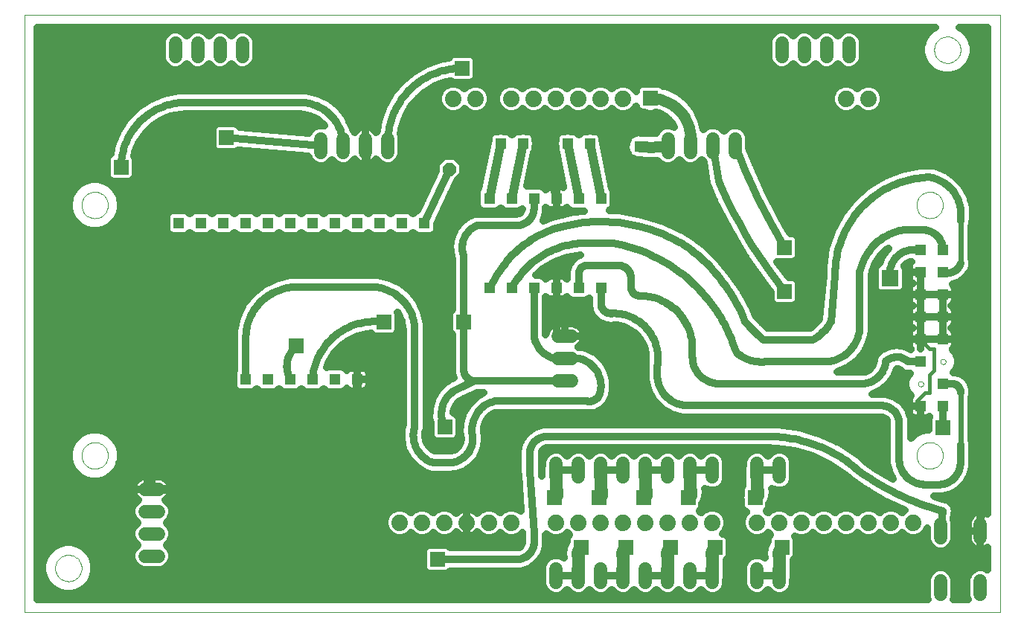
<source format=gbl>
G75*
%MOIN*%
%OFA0B0*%
%FSLAX24Y24*%
%IPPOS*%
%LPD*%
%AMOC8*
5,1,8,0,0,1.08239X$1,22.5*
%
%ADD10C,0.0000*%
%ADD11C,0.0004*%
%ADD12C,0.0600*%
%ADD13C,0.0740*%
%ADD14R,0.0515X0.0515*%
%ADD15OC8,0.0600*%
%ADD16R,0.0660X0.0660*%
%ADD17C,0.0400*%
%ADD18C,0.0320*%
%ADD19C,0.0160*%
%ADD20R,0.0475X0.0475*%
%ADD21C,0.0500*%
%ADD22R,0.0760X0.0760*%
%ADD23C,0.0240*%
%ADD24C,0.0560*%
D10*
X007411Y004067D02*
X051112Y004067D01*
X051112Y030838D01*
X007411Y030838D01*
X009970Y022303D02*
X009972Y022351D01*
X009978Y022399D01*
X009988Y022446D01*
X010001Y022492D01*
X010019Y022537D01*
X010039Y022581D01*
X010064Y022623D01*
X010092Y022662D01*
X010122Y022699D01*
X010156Y022733D01*
X010193Y022765D01*
X010231Y022794D01*
X010272Y022819D01*
X010315Y022841D01*
X010360Y022859D01*
X010406Y022873D01*
X010453Y022884D01*
X010501Y022891D01*
X010549Y022894D01*
X010597Y022893D01*
X010645Y022888D01*
X010693Y022879D01*
X010739Y022867D01*
X010784Y022850D01*
X010828Y022830D01*
X010870Y022807D01*
X010910Y022780D01*
X010948Y022750D01*
X010983Y022717D01*
X011015Y022681D01*
X011045Y022643D01*
X011071Y022602D01*
X011093Y022559D01*
X011113Y022515D01*
X011128Y022470D01*
X011140Y022423D01*
X011148Y022375D01*
X011152Y022327D01*
X011152Y022279D01*
X011148Y022231D01*
X011140Y022183D01*
X011128Y022136D01*
X011113Y022091D01*
X011093Y022047D01*
X011071Y022004D01*
X011045Y021963D01*
X011015Y021925D01*
X010983Y021889D01*
X010948Y021856D01*
X010910Y021826D01*
X010870Y021799D01*
X010828Y021776D01*
X010784Y021756D01*
X010739Y021739D01*
X010693Y021727D01*
X010645Y021718D01*
X010597Y021713D01*
X010549Y021712D01*
X010501Y021715D01*
X010453Y021722D01*
X010406Y021733D01*
X010360Y021747D01*
X010315Y021765D01*
X010272Y021787D01*
X010231Y021812D01*
X010193Y021841D01*
X010156Y021873D01*
X010122Y021907D01*
X010092Y021944D01*
X010064Y021983D01*
X010039Y022025D01*
X010019Y022069D01*
X010001Y022114D01*
X009988Y022160D01*
X009978Y022207D01*
X009972Y022255D01*
X009970Y022303D01*
X009970Y011082D02*
X009972Y011130D01*
X009978Y011178D01*
X009988Y011225D01*
X010001Y011271D01*
X010019Y011316D01*
X010039Y011360D01*
X010064Y011402D01*
X010092Y011441D01*
X010122Y011478D01*
X010156Y011512D01*
X010193Y011544D01*
X010231Y011573D01*
X010272Y011598D01*
X010315Y011620D01*
X010360Y011638D01*
X010406Y011652D01*
X010453Y011663D01*
X010501Y011670D01*
X010549Y011673D01*
X010597Y011672D01*
X010645Y011667D01*
X010693Y011658D01*
X010739Y011646D01*
X010784Y011629D01*
X010828Y011609D01*
X010870Y011586D01*
X010910Y011559D01*
X010948Y011529D01*
X010983Y011496D01*
X011015Y011460D01*
X011045Y011422D01*
X011071Y011381D01*
X011093Y011338D01*
X011113Y011294D01*
X011128Y011249D01*
X011140Y011202D01*
X011148Y011154D01*
X011152Y011106D01*
X011152Y011058D01*
X011148Y011010D01*
X011140Y010962D01*
X011128Y010915D01*
X011113Y010870D01*
X011093Y010826D01*
X011071Y010783D01*
X011045Y010742D01*
X011015Y010704D01*
X010983Y010668D01*
X010948Y010635D01*
X010910Y010605D01*
X010870Y010578D01*
X010828Y010555D01*
X010784Y010535D01*
X010739Y010518D01*
X010693Y010506D01*
X010645Y010497D01*
X010597Y010492D01*
X010549Y010491D01*
X010501Y010494D01*
X010453Y010501D01*
X010406Y010512D01*
X010360Y010526D01*
X010315Y010544D01*
X010272Y010566D01*
X010231Y010591D01*
X010193Y010620D01*
X010156Y010652D01*
X010122Y010686D01*
X010092Y010723D01*
X010064Y010762D01*
X010039Y010804D01*
X010019Y010848D01*
X010001Y010893D01*
X009988Y010939D01*
X009978Y010986D01*
X009972Y011034D01*
X009970Y011082D01*
X008789Y006035D02*
X008791Y006083D01*
X008797Y006131D01*
X008807Y006178D01*
X008820Y006224D01*
X008838Y006269D01*
X008858Y006313D01*
X008883Y006355D01*
X008911Y006394D01*
X008941Y006431D01*
X008975Y006465D01*
X009012Y006497D01*
X009050Y006526D01*
X009091Y006551D01*
X009134Y006573D01*
X009179Y006591D01*
X009225Y006605D01*
X009272Y006616D01*
X009320Y006623D01*
X009368Y006626D01*
X009416Y006625D01*
X009464Y006620D01*
X009512Y006611D01*
X009558Y006599D01*
X009603Y006582D01*
X009647Y006562D01*
X009689Y006539D01*
X009729Y006512D01*
X009767Y006482D01*
X009802Y006449D01*
X009834Y006413D01*
X009864Y006375D01*
X009890Y006334D01*
X009912Y006291D01*
X009932Y006247D01*
X009947Y006202D01*
X009959Y006155D01*
X009967Y006107D01*
X009971Y006059D01*
X009971Y006011D01*
X009967Y005963D01*
X009959Y005915D01*
X009947Y005868D01*
X009932Y005823D01*
X009912Y005779D01*
X009890Y005736D01*
X009864Y005695D01*
X009834Y005657D01*
X009802Y005621D01*
X009767Y005588D01*
X009729Y005558D01*
X009689Y005531D01*
X009647Y005508D01*
X009603Y005488D01*
X009558Y005471D01*
X009512Y005459D01*
X009464Y005450D01*
X009416Y005445D01*
X009368Y005444D01*
X009320Y005447D01*
X009272Y005454D01*
X009225Y005465D01*
X009179Y005479D01*
X009134Y005497D01*
X009091Y005519D01*
X009050Y005544D01*
X009012Y005573D01*
X008975Y005605D01*
X008941Y005639D01*
X008911Y005676D01*
X008883Y005715D01*
X008858Y005757D01*
X008838Y005801D01*
X008820Y005846D01*
X008807Y005892D01*
X008797Y005939D01*
X008791Y005987D01*
X008789Y006035D01*
X047371Y011082D02*
X047373Y011130D01*
X047379Y011178D01*
X047389Y011225D01*
X047402Y011271D01*
X047420Y011316D01*
X047440Y011360D01*
X047465Y011402D01*
X047493Y011441D01*
X047523Y011478D01*
X047557Y011512D01*
X047594Y011544D01*
X047632Y011573D01*
X047673Y011598D01*
X047716Y011620D01*
X047761Y011638D01*
X047807Y011652D01*
X047854Y011663D01*
X047902Y011670D01*
X047950Y011673D01*
X047998Y011672D01*
X048046Y011667D01*
X048094Y011658D01*
X048140Y011646D01*
X048185Y011629D01*
X048229Y011609D01*
X048271Y011586D01*
X048311Y011559D01*
X048349Y011529D01*
X048384Y011496D01*
X048416Y011460D01*
X048446Y011422D01*
X048472Y011381D01*
X048494Y011338D01*
X048514Y011294D01*
X048529Y011249D01*
X048541Y011202D01*
X048549Y011154D01*
X048553Y011106D01*
X048553Y011058D01*
X048549Y011010D01*
X048541Y010962D01*
X048529Y010915D01*
X048514Y010870D01*
X048494Y010826D01*
X048472Y010783D01*
X048446Y010742D01*
X048416Y010704D01*
X048384Y010668D01*
X048349Y010635D01*
X048311Y010605D01*
X048271Y010578D01*
X048229Y010555D01*
X048185Y010535D01*
X048140Y010518D01*
X048094Y010506D01*
X048046Y010497D01*
X047998Y010492D01*
X047950Y010491D01*
X047902Y010494D01*
X047854Y010501D01*
X047807Y010512D01*
X047761Y010526D01*
X047716Y010544D01*
X047673Y010566D01*
X047632Y010591D01*
X047594Y010620D01*
X047557Y010652D01*
X047523Y010686D01*
X047493Y010723D01*
X047465Y010762D01*
X047440Y010804D01*
X047420Y010848D01*
X047402Y010893D01*
X047389Y010939D01*
X047379Y010986D01*
X047373Y011034D01*
X047371Y011082D01*
X047435Y014291D02*
X047437Y014312D01*
X047443Y014332D01*
X047452Y014352D01*
X047464Y014369D01*
X047479Y014383D01*
X047497Y014395D01*
X047517Y014403D01*
X047537Y014408D01*
X047558Y014409D01*
X047579Y014406D01*
X047599Y014400D01*
X047618Y014389D01*
X047635Y014376D01*
X047648Y014360D01*
X047659Y014342D01*
X047667Y014322D01*
X047671Y014302D01*
X047671Y014280D01*
X047667Y014260D01*
X047659Y014240D01*
X047648Y014222D01*
X047635Y014206D01*
X047618Y014193D01*
X047599Y014182D01*
X047579Y014176D01*
X047558Y014173D01*
X047537Y014174D01*
X047517Y014179D01*
X047497Y014187D01*
X047479Y014199D01*
X047464Y014213D01*
X047452Y014230D01*
X047443Y014250D01*
X047437Y014270D01*
X047435Y014291D01*
X048435Y015291D02*
X048437Y015312D01*
X048443Y015332D01*
X048452Y015352D01*
X048464Y015369D01*
X048479Y015383D01*
X048497Y015395D01*
X048517Y015403D01*
X048537Y015408D01*
X048558Y015409D01*
X048579Y015406D01*
X048599Y015400D01*
X048618Y015389D01*
X048635Y015376D01*
X048648Y015360D01*
X048659Y015342D01*
X048667Y015322D01*
X048671Y015302D01*
X048671Y015280D01*
X048667Y015260D01*
X048659Y015240D01*
X048648Y015222D01*
X048635Y015206D01*
X048618Y015193D01*
X048599Y015182D01*
X048579Y015176D01*
X048558Y015173D01*
X048537Y015174D01*
X048517Y015179D01*
X048497Y015187D01*
X048479Y015199D01*
X048464Y015213D01*
X048452Y015230D01*
X048443Y015250D01*
X048437Y015270D01*
X048435Y015291D01*
X047371Y022303D02*
X047373Y022351D01*
X047379Y022399D01*
X047389Y022446D01*
X047402Y022492D01*
X047420Y022537D01*
X047440Y022581D01*
X047465Y022623D01*
X047493Y022662D01*
X047523Y022699D01*
X047557Y022733D01*
X047594Y022765D01*
X047632Y022794D01*
X047673Y022819D01*
X047716Y022841D01*
X047761Y022859D01*
X047807Y022873D01*
X047854Y022884D01*
X047902Y022891D01*
X047950Y022894D01*
X047998Y022893D01*
X048046Y022888D01*
X048094Y022879D01*
X048140Y022867D01*
X048185Y022850D01*
X048229Y022830D01*
X048271Y022807D01*
X048311Y022780D01*
X048349Y022750D01*
X048384Y022717D01*
X048416Y022681D01*
X048446Y022643D01*
X048472Y022602D01*
X048494Y022559D01*
X048514Y022515D01*
X048529Y022470D01*
X048541Y022423D01*
X048549Y022375D01*
X048553Y022327D01*
X048553Y022279D01*
X048549Y022231D01*
X048541Y022183D01*
X048529Y022136D01*
X048514Y022091D01*
X048494Y022047D01*
X048472Y022004D01*
X048446Y021963D01*
X048416Y021925D01*
X048384Y021889D01*
X048349Y021856D01*
X048311Y021826D01*
X048271Y021799D01*
X048229Y021776D01*
X048185Y021756D01*
X048140Y021739D01*
X048094Y021727D01*
X048046Y021718D01*
X047998Y021713D01*
X047950Y021712D01*
X047902Y021715D01*
X047854Y021722D01*
X047807Y021733D01*
X047761Y021747D01*
X047716Y021765D01*
X047673Y021787D01*
X047632Y021812D01*
X047594Y021841D01*
X047557Y021873D01*
X047523Y021907D01*
X047493Y021944D01*
X047465Y021983D01*
X047440Y022025D01*
X047420Y022069D01*
X047402Y022114D01*
X047389Y022160D01*
X047379Y022207D01*
X047373Y022255D01*
X047371Y022303D01*
X048159Y029263D02*
X048161Y029311D01*
X048167Y029359D01*
X048177Y029406D01*
X048190Y029452D01*
X048208Y029497D01*
X048228Y029541D01*
X048253Y029583D01*
X048281Y029622D01*
X048311Y029659D01*
X048345Y029693D01*
X048382Y029725D01*
X048420Y029754D01*
X048461Y029779D01*
X048504Y029801D01*
X048549Y029819D01*
X048595Y029833D01*
X048642Y029844D01*
X048690Y029851D01*
X048738Y029854D01*
X048786Y029853D01*
X048834Y029848D01*
X048882Y029839D01*
X048928Y029827D01*
X048973Y029810D01*
X049017Y029790D01*
X049059Y029767D01*
X049099Y029740D01*
X049137Y029710D01*
X049172Y029677D01*
X049204Y029641D01*
X049234Y029603D01*
X049260Y029562D01*
X049282Y029519D01*
X049302Y029475D01*
X049317Y029430D01*
X049329Y029383D01*
X049337Y029335D01*
X049341Y029287D01*
X049341Y029239D01*
X049337Y029191D01*
X049329Y029143D01*
X049317Y029096D01*
X049302Y029051D01*
X049282Y029007D01*
X049260Y028964D01*
X049234Y028923D01*
X049204Y028885D01*
X049172Y028849D01*
X049137Y028816D01*
X049099Y028786D01*
X049059Y028759D01*
X049017Y028736D01*
X048973Y028716D01*
X048928Y028699D01*
X048882Y028687D01*
X048834Y028678D01*
X048786Y028673D01*
X048738Y028672D01*
X048690Y028675D01*
X048642Y028682D01*
X048595Y028693D01*
X048549Y028707D01*
X048504Y028725D01*
X048461Y028747D01*
X048420Y028772D01*
X048382Y028801D01*
X048345Y028833D01*
X048311Y028867D01*
X048281Y028904D01*
X048253Y028943D01*
X048228Y028985D01*
X048208Y029029D01*
X048190Y029074D01*
X048177Y029120D01*
X048167Y029167D01*
X048161Y029215D01*
X048159Y029263D01*
D11*
X007411Y030838D02*
X007411Y004067D01*
D12*
X012820Y006567D02*
X013420Y006567D01*
X013420Y007567D02*
X012820Y007567D01*
X012820Y008567D02*
X013420Y008567D01*
X013420Y009567D02*
X012820Y009567D01*
X031224Y010117D02*
X031224Y010717D01*
X032224Y010717D02*
X032224Y010117D01*
X033224Y010117D02*
X033224Y010717D01*
X034224Y010717D02*
X034224Y010117D01*
X035224Y010117D02*
X035224Y010717D01*
X036224Y010717D02*
X036224Y010117D01*
X037224Y010117D02*
X037224Y010717D01*
X038224Y010717D02*
X038224Y010117D01*
X040224Y010117D02*
X040224Y010717D01*
X041224Y010717D02*
X041224Y010117D01*
X041224Y006004D02*
X041224Y005404D01*
X040224Y005404D02*
X040224Y006004D01*
X038224Y006004D02*
X038224Y005404D01*
X037224Y005404D02*
X037224Y006004D01*
X036224Y006004D02*
X036224Y005404D01*
X035224Y005404D02*
X035224Y006004D01*
X034224Y006004D02*
X034224Y005404D01*
X033224Y005404D02*
X033224Y006004D01*
X032224Y006004D02*
X032224Y005404D01*
X031224Y005404D02*
X031224Y006004D01*
X031316Y014421D02*
X031916Y014421D01*
X031916Y015421D02*
X031316Y015421D01*
X031316Y016421D02*
X031916Y016421D01*
X036242Y024672D02*
X036242Y025272D01*
X037242Y025272D02*
X037242Y024672D01*
X038242Y024672D02*
X038242Y025272D01*
X039242Y025272D02*
X039242Y024672D01*
X041344Y028963D02*
X041344Y029563D01*
X042344Y029563D02*
X042344Y028963D01*
X043344Y028963D02*
X043344Y029563D01*
X044344Y029563D02*
X044344Y028963D01*
X023691Y025272D02*
X023691Y024672D01*
X022691Y024672D02*
X022691Y025272D01*
X021691Y025272D02*
X021691Y024672D01*
X020691Y024672D02*
X020691Y025272D01*
X017179Y028963D02*
X017179Y029563D01*
X016179Y029563D02*
X016179Y028963D01*
X015179Y028963D02*
X015179Y029563D01*
X014179Y029563D02*
X014179Y028963D01*
X048450Y008009D02*
X048450Y007409D01*
X050230Y007409D02*
X050230Y008009D01*
X050230Y005449D02*
X050230Y004849D01*
X048450Y004849D02*
X048450Y005449D01*
D13*
X047224Y008067D03*
X046224Y008067D03*
X045224Y008067D03*
X044224Y008067D03*
X043224Y008067D03*
X042224Y008067D03*
X041224Y008067D03*
X040224Y008067D03*
X038224Y008067D03*
X037224Y008067D03*
X036224Y008067D03*
X035224Y008067D03*
X034224Y008067D03*
X033224Y008067D03*
X032224Y008067D03*
X031224Y008067D03*
X029224Y008067D03*
X028224Y008067D03*
X027224Y008067D03*
X026224Y008067D03*
X025224Y008067D03*
X024224Y008067D03*
X026624Y027067D03*
X027624Y027067D03*
X029224Y027067D03*
X030224Y027067D03*
X031224Y027067D03*
X032224Y027067D03*
X033224Y027067D03*
X034224Y027067D03*
X044224Y027067D03*
X045224Y027067D03*
D14*
X047553Y020291D03*
X048553Y020291D03*
X048553Y019291D03*
X047553Y019291D03*
X047553Y018291D03*
X048553Y018291D03*
X048553Y017291D03*
X047553Y017291D03*
X047553Y016291D03*
X048553Y016291D03*
X047553Y015291D03*
X048553Y014291D03*
X048553Y013291D03*
X047553Y013291D03*
X033239Y018598D03*
X032239Y018598D03*
X031239Y018598D03*
X030239Y018598D03*
X029239Y018598D03*
X028239Y018598D03*
X025324Y021492D03*
X024324Y021492D03*
X023324Y021492D03*
X022324Y021492D03*
X021324Y021492D03*
X020324Y021492D03*
X019324Y021492D03*
X018324Y021492D03*
X017324Y021492D03*
X016324Y021492D03*
X015324Y021492D03*
X014324Y021492D03*
X017324Y014492D03*
X018324Y014492D03*
X019324Y014492D03*
X020324Y014492D03*
X021324Y014492D03*
X022324Y014492D03*
X028239Y022598D03*
X029239Y022598D03*
X030239Y022598D03*
X031239Y022598D03*
X032239Y022598D03*
X033239Y022598D03*
D15*
X026439Y023897D03*
D16*
X027017Y028437D03*
X035443Y027098D03*
X041466Y020405D03*
X041466Y018437D03*
X048553Y012334D03*
X040135Y009185D03*
X037135Y009185D03*
X035135Y009185D03*
X033135Y009185D03*
X031135Y009185D03*
X028029Y009567D03*
X026242Y012354D03*
X019576Y015996D03*
X023513Y017059D03*
X027096Y017059D03*
X016466Y025326D03*
X011742Y024000D03*
X032348Y006948D03*
X034348Y006948D03*
X036348Y006948D03*
X038348Y006948D03*
X041348Y006948D03*
X025915Y006429D03*
D17*
X028029Y009567D02*
X022324Y009567D01*
X022324Y014492D01*
X022324Y009567D02*
X013120Y009567D01*
X028239Y022598D02*
X028742Y025067D01*
X029742Y025067D02*
X029239Y022598D01*
X031239Y022598D02*
X030738Y025031D01*
X031742Y025067D02*
X032239Y022598D01*
X033239Y022598D02*
X032742Y025067D01*
D18*
X033279Y025234D02*
X033279Y025364D01*
X033234Y025474D01*
X033149Y025558D01*
X033039Y025604D01*
X032911Y025604D01*
X032740Y025638D01*
X032574Y025604D01*
X032445Y025604D01*
X032334Y025558D01*
X032250Y025474D01*
X032242Y025454D01*
X032234Y025474D01*
X032149Y025558D01*
X032039Y025604D01*
X031911Y025604D01*
X031740Y025638D01*
X031574Y025604D01*
X031445Y025604D01*
X031334Y025558D01*
X031250Y025474D01*
X031204Y025364D01*
X031204Y025236D01*
X031171Y025065D01*
X031204Y024899D01*
X031204Y024769D01*
X030279Y024769D01*
X030279Y024900D01*
X030313Y025064D01*
X030279Y025236D01*
X030279Y025364D01*
X030234Y025474D01*
X030149Y025558D01*
X030039Y025604D01*
X029909Y025604D01*
X029744Y025637D01*
X029572Y025604D01*
X029445Y025604D01*
X029334Y025558D01*
X029250Y025474D01*
X029242Y025454D01*
X029234Y025474D01*
X029149Y025558D01*
X029039Y025604D01*
X028909Y025604D01*
X028744Y025637D01*
X028572Y025604D01*
X028445Y025604D01*
X028334Y025558D01*
X028250Y025474D01*
X028204Y025364D01*
X028204Y025234D01*
X027761Y023060D01*
X027727Y023026D01*
X027681Y022915D01*
X027681Y022667D01*
X027668Y022601D01*
X027681Y022531D01*
X027681Y022281D01*
X027727Y022171D01*
X027811Y022086D01*
X027922Y022041D01*
X028170Y022041D01*
X028236Y022027D01*
X028306Y022041D01*
X028556Y022041D01*
X028666Y022086D01*
X028739Y022159D01*
X028811Y022086D01*
X028922Y022041D01*
X029170Y022041D01*
X029236Y022027D01*
X029306Y022041D01*
X029556Y022041D01*
X029666Y022086D01*
X029716Y022136D01*
X029716Y022129D01*
X029691Y022052D01*
X029643Y021986D01*
X029577Y021938D01*
X029499Y021913D01*
X029458Y021909D01*
X027690Y021909D01*
X027590Y021911D01*
X027586Y021909D01*
X027583Y021909D01*
X027491Y021871D01*
X027300Y021795D01*
X026967Y021546D01*
X026967Y021546D01*
X026967Y021546D01*
X026710Y021219D01*
X026710Y021219D01*
X026546Y020836D01*
X026487Y020425D01*
X026536Y020011D01*
X026576Y019911D01*
X026576Y017623D01*
X026512Y017559D01*
X026466Y017448D01*
X026466Y016669D01*
X026512Y016559D01*
X026576Y016494D01*
X026576Y014736D01*
X026635Y014555D01*
X026591Y014535D01*
X026576Y014533D01*
X026498Y014491D01*
X026418Y014453D01*
X026408Y014442D01*
X026282Y014373D01*
X025948Y014055D01*
X025948Y014055D01*
X025708Y013661D01*
X025708Y013661D01*
X025577Y013218D01*
X025577Y013218D01*
X025566Y012756D01*
X025612Y012568D01*
X025612Y011964D01*
X025657Y011854D01*
X025742Y011770D01*
X025852Y011724D01*
X026631Y011724D01*
X026742Y011770D01*
X026826Y011854D01*
X026872Y011964D01*
X026872Y012744D01*
X026826Y012854D01*
X026742Y012938D01*
X026631Y012984D01*
X026618Y012984D01*
X026620Y013055D01*
X026672Y013233D01*
X026769Y013392D01*
X026904Y013521D01*
X026977Y013567D01*
X027685Y013901D01*
X027996Y013901D01*
X027696Y013741D01*
X027343Y013412D01*
X027343Y013412D01*
X027087Y013003D01*
X027087Y013003D01*
X026946Y012541D01*
X026929Y012059D01*
X026929Y012059D01*
X026973Y011869D01*
X026974Y011819D01*
X026949Y011673D01*
X026886Y011539D01*
X026792Y011425D01*
X026671Y011340D01*
X026532Y011289D01*
X026472Y011279D01*
X025814Y011279D01*
X025785Y011291D01*
X025785Y011291D01*
X025618Y011399D01*
X025484Y011547D01*
X025394Y011724D01*
X025352Y011918D01*
X025362Y012117D01*
X025383Y012203D01*
X025411Y012270D01*
X025411Y012292D01*
X025418Y012312D01*
X025411Y012395D01*
X025411Y016980D01*
X025289Y017518D01*
X025289Y017518D01*
X025049Y018016D01*
X024705Y018447D01*
X024273Y018791D01*
X023776Y019031D01*
X023238Y019153D01*
X019299Y019153D01*
X018681Y019012D01*
X018111Y018738D01*
X018111Y018738D01*
X017615Y018343D01*
X017615Y018343D01*
X017615Y018343D01*
X017220Y017847D01*
X016945Y017277D01*
X016945Y017277D01*
X016804Y016659D01*
X016804Y014899D01*
X016767Y014809D01*
X016767Y014175D01*
X016813Y014064D01*
X016897Y013980D01*
X017007Y013934D01*
X017642Y013934D01*
X017752Y013980D01*
X017824Y014053D01*
X017897Y013980D01*
X018007Y013934D01*
X018642Y013934D01*
X018752Y013980D01*
X018824Y014053D01*
X018897Y013980D01*
X019007Y013934D01*
X019642Y013934D01*
X019752Y013980D01*
X019824Y014053D01*
X019897Y013980D01*
X020007Y013934D01*
X020642Y013934D01*
X020752Y013980D01*
X020824Y014053D01*
X020897Y013980D01*
X021007Y013934D01*
X021642Y013934D01*
X021752Y013980D01*
X021836Y014064D01*
X021848Y014093D01*
X021865Y014069D01*
X021901Y014032D01*
X021944Y014004D01*
X021991Y013984D01*
X022041Y013974D01*
X022324Y013974D01*
X022324Y014492D01*
X022324Y015009D01*
X022041Y015009D01*
X021991Y014999D01*
X021944Y014980D01*
X021901Y014951D01*
X021865Y014915D01*
X021848Y014890D01*
X021836Y014919D01*
X021752Y015004D01*
X021642Y015049D01*
X021007Y015049D01*
X020960Y015030D01*
X021031Y015233D01*
X021260Y015622D01*
X021561Y015958D01*
X021921Y016230D01*
X022328Y016426D01*
X022765Y016539D01*
X022939Y016549D01*
X023013Y016474D01*
X023124Y016429D01*
X023903Y016429D01*
X024013Y016474D01*
X024098Y016559D01*
X024143Y016669D01*
X024143Y017448D01*
X024126Y017491D01*
X024155Y017454D01*
X024292Y017170D01*
X024362Y016862D01*
X024371Y016704D01*
X024371Y012455D01*
X024324Y012307D01*
X024300Y011833D01*
X024399Y011369D01*
X024616Y010947D01*
X024934Y010595D01*
X024934Y010595D01*
X024934Y010595D01*
X025333Y010337D01*
X025538Y010271D01*
X025615Y010239D01*
X025636Y010239D01*
X025657Y010233D01*
X025739Y010239D01*
X026426Y010239D01*
X026450Y010232D01*
X026529Y010239D01*
X026609Y010239D01*
X026631Y010249D01*
X026763Y010261D01*
X026763Y010261D01*
X027160Y010407D01*
X027160Y010407D01*
X027506Y010651D01*
X027777Y010976D01*
X027955Y011360D01*
X028027Y011777D01*
X028014Y011921D01*
X028020Y011957D01*
X028004Y012023D01*
X027998Y012091D01*
X027988Y012111D01*
X027980Y012160D01*
X027987Y012367D01*
X028048Y012565D01*
X028157Y012740D01*
X028309Y012882D01*
X028492Y012979D01*
X028547Y012995D01*
X032556Y012995D01*
X032665Y012974D01*
X032986Y013011D01*
X032986Y013011D01*
X033280Y013147D01*
X033280Y013147D01*
X033518Y013366D01*
X033518Y013366D01*
X033677Y013648D01*
X033677Y013648D01*
X033706Y013797D01*
X033759Y014013D01*
X033748Y014479D01*
X033616Y014927D01*
X033374Y015326D01*
X033036Y015648D01*
X032627Y015871D01*
X032627Y015871D01*
X032439Y015917D01*
X032381Y015941D01*
X032339Y015941D01*
X032299Y015951D01*
X032237Y015941D01*
X032228Y015941D01*
X032215Y015946D01*
X032281Y015994D01*
X032343Y016056D01*
X032395Y016127D01*
X032435Y016206D01*
X032462Y016290D01*
X032476Y016377D01*
X032476Y016421D01*
X032476Y016465D01*
X032462Y016552D01*
X032435Y016636D01*
X032395Y016714D01*
X032343Y016786D01*
X032281Y016848D01*
X032209Y016900D01*
X032131Y016940D01*
X032047Y016967D01*
X031960Y016981D01*
X031616Y016981D01*
X031616Y016421D01*
X032476Y016421D01*
X031616Y016421D01*
X031616Y016421D01*
X031616Y016421D01*
X033639Y016421D01*
X033748Y016911D02*
X033748Y016911D01*
X033438Y016942D01*
X033438Y016942D01*
X033153Y017067D01*
X033153Y017067D01*
X032921Y017274D01*
X032921Y017274D01*
X032764Y017543D01*
X032764Y017543D01*
X032741Y017649D01*
X032719Y017702D01*
X032719Y017750D01*
X032709Y017796D01*
X032719Y017852D01*
X032719Y018139D01*
X032666Y018086D01*
X032556Y018041D01*
X031922Y018041D01*
X031811Y018086D01*
X031727Y018171D01*
X031715Y018200D01*
X031698Y018175D01*
X031662Y018139D01*
X031620Y018110D01*
X031572Y018091D01*
X031522Y018081D01*
X031239Y018081D01*
X031239Y018598D01*
X031239Y018598D01*
X031239Y018081D01*
X030956Y018081D01*
X030906Y018091D01*
X030858Y018110D01*
X030816Y018139D01*
X030779Y018175D01*
X030763Y018200D01*
X030759Y018190D01*
X030759Y016485D01*
X030770Y016552D01*
X030797Y016636D01*
X030837Y016714D01*
X030889Y016786D01*
X030951Y016848D01*
X031022Y016900D01*
X031101Y016940D01*
X031185Y016967D01*
X031272Y016981D01*
X031616Y016981D01*
X031616Y016421D01*
X031616Y016488D02*
X031616Y016488D01*
X031616Y015421D02*
X031549Y015412D01*
X031482Y015407D01*
X031415Y015405D01*
X031348Y015407D01*
X031282Y015413D01*
X031215Y015423D01*
X031149Y015436D01*
X031084Y015453D01*
X031021Y015473D01*
X030958Y015497D01*
X030897Y015525D01*
X030837Y015556D01*
X030780Y015590D01*
X030724Y015628D01*
X030671Y015668D01*
X030619Y015712D01*
X030571Y015758D01*
X030525Y015807D01*
X030482Y015858D01*
X030442Y015912D01*
X030404Y015968D01*
X030371Y016026D01*
X030340Y016085D01*
X030313Y016147D01*
X030289Y016209D01*
X030269Y016273D01*
X030252Y016338D01*
X030239Y016404D01*
X030239Y018598D01*
X030239Y018430D01*
X030759Y018081D02*
X031825Y018081D01*
X031239Y018399D02*
X031239Y018399D01*
X031239Y018598D02*
X031239Y016404D01*
X031262Y016385D01*
X031287Y016369D01*
X031314Y016356D01*
X031342Y016345D01*
X031371Y016338D01*
X031401Y016335D01*
X031431Y016334D01*
X031461Y016337D01*
X031490Y016344D01*
X031518Y016353D01*
X031545Y016366D01*
X031571Y016382D01*
X031595Y016400D01*
X031616Y016421D01*
X031616Y016807D02*
X031616Y016807D01*
X032322Y016807D02*
X034355Y016807D01*
X034263Y016850D02*
X034555Y016712D01*
X034811Y016514D01*
X035018Y016265D01*
X035018Y016265D01*
X035167Y015977D01*
X035251Y015664D01*
X035265Y015341D01*
X035251Y015226D01*
X035237Y015194D01*
X035237Y015135D01*
X035227Y015078D01*
X035237Y015033D01*
X035237Y014447D01*
X035367Y013964D01*
X035617Y013531D01*
X035970Y013178D01*
X036403Y012928D01*
X036886Y012799D01*
X045797Y012799D01*
X045839Y012795D01*
X045918Y012769D01*
X045986Y012720D01*
X046035Y012653D01*
X046061Y012573D01*
X046064Y012531D01*
X046064Y010732D01*
X046180Y010300D01*
X046180Y010300D01*
X046331Y010038D01*
X045525Y010511D01*
X045134Y010776D01*
X044792Y011081D01*
X043972Y011621D01*
X043082Y012036D01*
X042141Y012318D01*
X041170Y012461D01*
X030629Y012461D01*
X030235Y012333D01*
X029900Y012089D01*
X029657Y011754D01*
X029529Y011360D01*
X029529Y010450D01*
X029523Y010432D01*
X029529Y010347D01*
X029529Y010262D01*
X029536Y010245D01*
X029655Y008583D01*
X029604Y008635D01*
X029357Y008737D01*
X029091Y008737D01*
X028844Y008635D01*
X028724Y008514D01*
X028604Y008635D01*
X028357Y008737D01*
X028091Y008737D01*
X027844Y008635D01*
X027696Y008486D01*
X027634Y008547D01*
X027554Y008605D01*
X027466Y008650D01*
X027372Y008681D01*
X027274Y008697D01*
X027224Y008697D01*
X027174Y008697D01*
X027076Y008681D01*
X026982Y008650D01*
X026894Y008605D01*
X026814Y008547D01*
X026752Y008486D01*
X026604Y008635D01*
X026357Y008737D01*
X026091Y008737D01*
X025844Y008635D01*
X025724Y008514D01*
X025604Y008635D01*
X025357Y008737D01*
X025091Y008737D01*
X024844Y008635D01*
X024724Y008514D01*
X024604Y008635D01*
X024357Y008737D01*
X024091Y008737D01*
X023844Y008635D01*
X023656Y008446D01*
X023554Y008200D01*
X023554Y007933D01*
X023656Y007687D01*
X023844Y007499D01*
X024091Y007397D01*
X024357Y007397D01*
X024604Y007499D01*
X024724Y007619D01*
X024844Y007499D01*
X025091Y007397D01*
X025357Y007397D01*
X025604Y007499D01*
X025724Y007619D01*
X025844Y007499D01*
X026091Y007397D01*
X026357Y007397D01*
X026604Y007499D01*
X026752Y007647D01*
X026814Y007586D01*
X026894Y007528D01*
X026982Y007483D01*
X027076Y007452D01*
X027174Y007437D01*
X027224Y007437D01*
X027224Y008067D01*
X027224Y008697D01*
X027224Y008067D01*
X027224Y008067D01*
X027224Y007437D01*
X027274Y007437D01*
X027372Y007452D01*
X027466Y007483D01*
X027554Y007528D01*
X027634Y007586D01*
X027696Y007647D01*
X027844Y007499D01*
X028091Y007397D01*
X028357Y007397D01*
X028604Y007499D01*
X028724Y007619D01*
X028844Y007499D01*
X029091Y007397D01*
X029357Y007397D01*
X029604Y007499D01*
X029724Y007619D01*
X029726Y007591D01*
X029726Y007216D01*
X029722Y007174D01*
X029697Y007095D01*
X029647Y007027D01*
X029580Y006978D01*
X029500Y006952D01*
X029458Y006949D01*
X026479Y006949D01*
X026415Y007013D01*
X026305Y007059D01*
X025525Y007059D01*
X025415Y007013D01*
X025331Y006929D01*
X025285Y006818D01*
X025285Y006039D01*
X025331Y005929D01*
X025415Y005844D01*
X025525Y005799D01*
X026305Y005799D01*
X026415Y005844D01*
X026479Y005909D01*
X029665Y005909D01*
X030059Y006037D01*
X030059Y006037D01*
X030394Y006280D01*
X030394Y006280D01*
X030638Y006615D01*
X030638Y006615D01*
X030766Y007009D01*
X030766Y007526D01*
X030772Y007544D01*
X030770Y007573D01*
X030844Y007499D01*
X031091Y007397D01*
X031357Y007397D01*
X031604Y007499D01*
X031724Y007619D01*
X031829Y007514D01*
X031764Y007448D01*
X031718Y007338D01*
X031718Y007240D01*
X031712Y007233D01*
X031581Y006967D01*
X031538Y006674D01*
X031567Y006510D01*
X031564Y006513D01*
X031343Y006604D01*
X031105Y006604D01*
X030884Y006513D01*
X030715Y006344D01*
X030624Y006124D01*
X030624Y005285D01*
X030715Y005064D01*
X030884Y004896D01*
X031105Y004804D01*
X031343Y004804D01*
X031564Y004896D01*
X031724Y005056D01*
X031884Y004896D01*
X032105Y004804D01*
X032343Y004804D01*
X032564Y004896D01*
X032724Y005056D01*
X032884Y004896D01*
X033105Y004804D01*
X033343Y004804D01*
X033564Y004896D01*
X033724Y005056D01*
X033884Y004896D01*
X034105Y004804D01*
X034343Y004804D01*
X034564Y004896D01*
X034724Y005056D01*
X034884Y004896D01*
X035105Y004804D01*
X035343Y004804D01*
X035564Y004896D01*
X035724Y005056D01*
X035884Y004896D01*
X036105Y004804D01*
X036343Y004804D01*
X036564Y004896D01*
X036724Y005056D01*
X036884Y004896D01*
X037105Y004804D01*
X037343Y004804D01*
X037564Y004896D01*
X037724Y005056D01*
X037884Y004896D01*
X038105Y004804D01*
X038343Y004804D01*
X038564Y004896D01*
X038733Y005064D01*
X038824Y005285D01*
X038824Y005480D01*
X038864Y005577D01*
X038864Y006380D01*
X038932Y006448D01*
X038978Y006559D01*
X038978Y006819D01*
X038997Y006880D01*
X038978Y007086D01*
X038978Y007338D01*
X038932Y007448D01*
X038848Y007533D01*
X038738Y007578D01*
X038683Y007578D01*
X038792Y007687D01*
X038894Y007933D01*
X038894Y008200D01*
X038792Y008446D01*
X038604Y008635D01*
X038357Y008737D01*
X038091Y008737D01*
X037844Y008635D01*
X037724Y008514D01*
X037637Y008602D01*
X037720Y008685D01*
X037765Y008795D01*
X037765Y008916D01*
X037777Y008930D01*
X037888Y009194D01*
X037888Y009194D01*
X037911Y009480D01*
X037911Y009480D01*
X037880Y009612D01*
X037884Y009608D01*
X038105Y009517D01*
X038343Y009517D01*
X038564Y009608D01*
X038733Y009777D01*
X038824Y009998D01*
X038824Y010836D01*
X038733Y011057D01*
X038564Y011226D01*
X038343Y011317D01*
X038105Y011317D01*
X037884Y011226D01*
X037724Y011065D01*
X037564Y011226D01*
X037343Y011317D01*
X037105Y011317D01*
X036884Y011226D01*
X036724Y011065D01*
X036564Y011226D01*
X036343Y011317D01*
X036105Y011317D01*
X035884Y011226D01*
X035724Y011065D01*
X035564Y011226D01*
X035343Y011317D01*
X035105Y011317D01*
X034884Y011226D01*
X034724Y011065D01*
X034564Y011226D01*
X034343Y011317D01*
X034105Y011317D01*
X033884Y011226D01*
X033724Y011065D01*
X033564Y011226D01*
X033343Y011317D01*
X033105Y011317D01*
X032884Y011226D01*
X032724Y011065D01*
X032564Y011226D01*
X032343Y011317D01*
X032105Y011317D01*
X031884Y011226D01*
X031724Y011065D01*
X031564Y011226D01*
X031343Y011317D01*
X031105Y011317D01*
X030884Y011226D01*
X030715Y011057D01*
X030624Y010836D01*
X030624Y010641D01*
X030584Y010544D01*
X030584Y010172D01*
X030569Y010384D01*
X030569Y011153D01*
X030572Y011195D01*
X030598Y011275D01*
X030647Y011342D01*
X030715Y011391D01*
X030794Y011417D01*
X030836Y011421D01*
X040679Y011421D01*
X041093Y011405D01*
X041912Y011285D01*
X042705Y011048D01*
X043456Y010697D01*
X044147Y010242D01*
X044416Y010020D01*
X044427Y010002D01*
X044488Y009959D01*
X044544Y009909D01*
X044572Y009899D01*
X044954Y009627D01*
X045891Y009078D01*
X045891Y009078D01*
X046839Y008629D01*
X046724Y008514D01*
X046604Y008635D01*
X046357Y008737D01*
X046091Y008737D01*
X045844Y008635D01*
X045724Y008514D01*
X045604Y008635D01*
X045357Y008737D01*
X045091Y008737D01*
X044844Y008635D01*
X044724Y008514D01*
X044604Y008635D01*
X044357Y008737D01*
X044091Y008737D01*
X043844Y008635D01*
X043724Y008514D01*
X043604Y008635D01*
X043357Y008737D01*
X043091Y008737D01*
X042844Y008635D01*
X042724Y008514D01*
X042604Y008635D01*
X042357Y008737D01*
X042091Y008737D01*
X041844Y008635D01*
X041724Y008514D01*
X041604Y008635D01*
X041357Y008737D01*
X041091Y008737D01*
X040844Y008635D01*
X040724Y008514D01*
X040637Y008602D01*
X040720Y008685D01*
X040765Y008795D01*
X040765Y008916D01*
X040777Y008930D01*
X040888Y009194D01*
X040888Y009194D01*
X040911Y009480D01*
X040911Y009480D01*
X040880Y009612D01*
X040884Y009608D01*
X041105Y009517D01*
X041343Y009517D01*
X041564Y009608D01*
X041733Y009777D01*
X041824Y009998D01*
X041824Y010836D01*
X041733Y011057D01*
X041564Y011226D01*
X041343Y011317D01*
X041105Y011317D01*
X040884Y011226D01*
X040724Y011065D01*
X040564Y011226D01*
X040343Y011317D01*
X040105Y011317D01*
X039884Y011226D01*
X039715Y011057D01*
X039624Y010836D01*
X039624Y010641D01*
X039584Y010544D01*
X039584Y009717D01*
X039551Y009685D01*
X039505Y009574D01*
X039505Y009302D01*
X039483Y009212D01*
X039505Y009071D01*
X039505Y008795D01*
X039551Y008685D01*
X039635Y008600D01*
X039746Y008555D01*
X039765Y008555D01*
X039656Y008446D01*
X039554Y008200D01*
X039554Y007933D01*
X039656Y007687D01*
X039844Y007499D01*
X040091Y007397D01*
X040357Y007397D01*
X040604Y007499D01*
X040724Y007619D01*
X040829Y007514D01*
X040764Y007448D01*
X040718Y007338D01*
X040718Y007240D01*
X040712Y007233D01*
X040581Y006967D01*
X040538Y006674D01*
X040567Y006510D01*
X040564Y006513D01*
X040343Y006604D01*
X040105Y006604D01*
X039884Y006513D01*
X039715Y006344D01*
X039624Y006124D01*
X039624Y005285D01*
X039715Y005064D01*
X039884Y004896D01*
X040105Y004804D01*
X040343Y004804D01*
X040564Y004896D01*
X040724Y005056D01*
X040884Y004896D01*
X041105Y004804D01*
X041343Y004804D01*
X041564Y004896D01*
X041733Y005064D01*
X041824Y005285D01*
X041824Y005480D01*
X041864Y005577D01*
X041864Y006380D01*
X041932Y006448D01*
X041978Y006559D01*
X041978Y006819D01*
X041997Y006880D01*
X041978Y007086D01*
X041978Y007338D01*
X041932Y007448D01*
X041909Y007472D01*
X042091Y007397D01*
X042357Y007397D01*
X042604Y007499D01*
X042724Y007619D01*
X042844Y007499D01*
X043091Y007397D01*
X043357Y007397D01*
X043604Y007499D01*
X043724Y007619D01*
X043844Y007499D01*
X044091Y007397D01*
X044357Y007397D01*
X044604Y007499D01*
X044724Y007619D01*
X044844Y007499D01*
X045091Y007397D01*
X045357Y007397D01*
X045604Y007499D01*
X045724Y007619D01*
X045844Y007499D01*
X046091Y007397D01*
X046357Y007397D01*
X046604Y007499D01*
X046724Y007619D01*
X046844Y007499D01*
X047091Y007397D01*
X047357Y007397D01*
X047604Y007499D01*
X047792Y007687D01*
X047850Y007827D01*
X047850Y007289D01*
X047942Y007069D01*
X048110Y006900D01*
X048331Y006809D01*
X048570Y006809D01*
X048790Y006900D01*
X048959Y007069D01*
X049050Y007289D01*
X049050Y008128D01*
X049028Y008181D01*
X049065Y008495D01*
X049082Y008557D01*
X049077Y008597D01*
X049081Y008637D01*
X049064Y008699D01*
X049056Y008762D01*
X049036Y008797D01*
X049025Y008836D01*
X048985Y008886D01*
X048953Y008942D01*
X048921Y008966D01*
X048896Y008998D01*
X048840Y009029D01*
X048790Y009068D01*
X048751Y009079D01*
X048715Y009099D01*
X048657Y009106D01*
X048213Y009237D01*
X048165Y009255D01*
X048554Y009255D01*
X048937Y009358D01*
X049280Y009556D01*
X049560Y009836D01*
X049758Y010179D01*
X049860Y010561D01*
X049860Y011650D01*
X049820Y011747D01*
X049820Y013709D01*
X049860Y013806D01*
X049860Y014052D01*
X049772Y014324D01*
X049604Y014555D01*
X049373Y014723D01*
X049101Y014811D01*
X049032Y014811D01*
X049128Y014907D01*
X049231Y015156D01*
X049231Y015426D01*
X049128Y015675D01*
X048973Y015830D01*
X048976Y015832D01*
X049012Y015868D01*
X049041Y015910D01*
X049060Y015958D01*
X049070Y016008D01*
X049070Y016291D01*
X049070Y016574D01*
X049060Y016624D01*
X049041Y016672D01*
X049012Y016714D01*
X048976Y016750D01*
X048933Y016779D01*
X048904Y016791D01*
X048933Y016803D01*
X048976Y016832D01*
X049012Y016868D01*
X049041Y016910D01*
X049060Y016958D01*
X049070Y017008D01*
X049070Y017291D01*
X049070Y017574D01*
X049060Y017624D01*
X049041Y017672D01*
X049012Y017714D01*
X048976Y017750D01*
X048933Y017779D01*
X048904Y017791D01*
X048933Y017803D01*
X048976Y017832D01*
X049012Y017868D01*
X049041Y017910D01*
X049060Y017958D01*
X049070Y018008D01*
X049070Y018291D01*
X049070Y018574D01*
X049060Y018624D01*
X049041Y018672D01*
X049012Y018714D01*
X048976Y018750D01*
X048972Y018753D01*
X049267Y018847D01*
X049561Y019057D01*
X049561Y019057D01*
X049561Y019057D01*
X049776Y019349D01*
X049833Y019520D01*
X049866Y019618D01*
X049852Y019825D01*
X049820Y019887D01*
X049820Y021372D01*
X049834Y021394D01*
X049852Y021496D01*
X049896Y021742D01*
X049871Y022242D01*
X049735Y022723D01*
X049496Y023162D01*
X049496Y023162D01*
X049166Y023537D01*
X049166Y023537D01*
X049166Y023537D01*
X048760Y023829D01*
X048760Y023829D01*
X048299Y024023D01*
X048103Y024058D01*
X048054Y024077D01*
X048002Y024076D01*
X047951Y024085D01*
X047899Y024073D01*
X047526Y024065D01*
X046694Y023899D01*
X046694Y023899D01*
X045903Y023590D01*
X045903Y023590D01*
X045177Y023149D01*
X044539Y022589D01*
X044009Y021926D01*
X043601Y021181D01*
X043329Y020377D01*
X043200Y019538D01*
X043209Y019145D01*
X043027Y017243D01*
X043001Y017202D01*
X042822Y016983D01*
X042603Y016803D01*
X042583Y016791D01*
X040709Y016791D01*
X040456Y017033D01*
X040140Y017364D01*
X040008Y017693D01*
X040008Y017693D01*
X039579Y018494D01*
X039066Y019242D01*
X039066Y019242D01*
X038474Y019931D01*
X037810Y020550D01*
X037515Y020770D01*
X037505Y020785D01*
X037433Y020832D01*
X037364Y020884D01*
X037347Y020888D01*
X036985Y021123D01*
X036051Y021564D01*
X035066Y021876D01*
X034049Y022054D01*
X033626Y022070D01*
X033666Y022086D01*
X033751Y022171D01*
X033796Y022281D01*
X033796Y022531D01*
X033810Y022600D01*
X033796Y022666D01*
X033796Y022915D01*
X033751Y023026D01*
X033717Y023059D01*
X033279Y025234D01*
X033309Y025088D02*
X034372Y025088D01*
X034373Y025108D02*
X034352Y024866D01*
X034424Y024635D01*
X034442Y024614D01*
X034478Y024525D01*
X034563Y024441D01*
X034673Y024395D01*
X034682Y024395D01*
X034795Y024336D01*
X034915Y024325D01*
X035270Y024293D01*
X035270Y024293D01*
X035757Y024308D01*
X035902Y024163D01*
X036122Y024072D01*
X036361Y024072D01*
X036582Y024163D01*
X036742Y024324D01*
X036902Y024163D01*
X037122Y024072D01*
X037361Y024072D01*
X037582Y024163D01*
X037742Y024324D01*
X037840Y024225D01*
X037994Y023310D01*
X037995Y023246D01*
X038011Y023209D01*
X038018Y023170D01*
X038052Y023115D01*
X038330Y022475D01*
X039004Y021165D01*
X039762Y019901D01*
X040601Y018690D01*
X040836Y018394D01*
X040836Y018047D01*
X040882Y017937D01*
X040966Y017852D01*
X041076Y017807D01*
X041856Y017807D01*
X041966Y017852D01*
X042050Y017937D01*
X042096Y018047D01*
X042096Y018826D01*
X042050Y018937D01*
X041966Y019021D01*
X041856Y019067D01*
X041638Y019067D01*
X041445Y019317D01*
X041128Y019775D01*
X041856Y019775D01*
X041966Y019821D01*
X042050Y019905D01*
X042096Y020015D01*
X042096Y020795D01*
X042050Y020905D01*
X041966Y020989D01*
X041856Y021035D01*
X041702Y021035D01*
X041494Y021393D01*
X040722Y022868D01*
X040037Y024385D01*
X039842Y024872D01*
X039842Y025391D01*
X039750Y025612D01*
X039582Y025781D01*
X039361Y025872D01*
X039122Y025872D01*
X038902Y025781D01*
X038742Y025621D01*
X038582Y025781D01*
X038361Y025872D01*
X038122Y025872D01*
X037902Y025781D01*
X037822Y025701D01*
X037731Y026100D01*
X037495Y026589D01*
X037157Y027013D01*
X037157Y027013D01*
X037157Y027013D01*
X036732Y027352D01*
X036243Y027587D01*
X035977Y027648D01*
X035942Y027682D01*
X035832Y027728D01*
X035053Y027728D01*
X034943Y027682D01*
X034858Y027598D01*
X034813Y027488D01*
X034813Y027397D01*
X034792Y027446D01*
X034604Y027635D01*
X034357Y027737D01*
X034091Y027737D01*
X033844Y027635D01*
X033724Y027514D01*
X033604Y027635D01*
X033357Y027737D01*
X033091Y027737D01*
X032844Y027635D01*
X032724Y027514D01*
X032604Y027635D01*
X032357Y027737D01*
X032091Y027737D01*
X031844Y027635D01*
X031724Y027514D01*
X031604Y027635D01*
X031357Y027737D01*
X031091Y027737D01*
X030844Y027635D01*
X030724Y027514D01*
X030604Y027635D01*
X030357Y027737D01*
X030091Y027737D01*
X029844Y027635D01*
X029724Y027514D01*
X029604Y027635D01*
X029357Y027737D01*
X029091Y027737D01*
X028844Y027635D01*
X028656Y027446D01*
X028554Y027200D01*
X028554Y026933D01*
X028656Y026687D01*
X028844Y026499D01*
X029091Y026397D01*
X029357Y026397D01*
X029604Y026499D01*
X029724Y026619D01*
X029844Y026499D01*
X030091Y026397D01*
X030357Y026397D01*
X030604Y026499D01*
X030724Y026619D01*
X030844Y026499D01*
X031091Y026397D01*
X031357Y026397D01*
X031604Y026499D01*
X031724Y026619D01*
X031844Y026499D01*
X032091Y026397D01*
X032357Y026397D01*
X032604Y026499D01*
X032724Y026619D01*
X032844Y026499D01*
X033091Y026397D01*
X033357Y026397D01*
X033604Y026499D01*
X033724Y026619D01*
X033844Y026499D01*
X034091Y026397D01*
X034357Y026397D01*
X034604Y026499D01*
X034792Y026687D01*
X034813Y026737D01*
X034813Y026708D01*
X034858Y026598D01*
X034943Y026514D01*
X035053Y026468D01*
X035196Y026468D01*
X035339Y026409D01*
X035546Y026409D01*
X035668Y026459D01*
X035835Y026421D01*
X036075Y026306D01*
X036283Y026140D01*
X036449Y025932D01*
X036507Y025811D01*
X036361Y025872D01*
X036122Y025872D01*
X035902Y025781D01*
X035733Y025612D01*
X035702Y025536D01*
X035306Y025523D01*
X035025Y025540D01*
X034904Y025551D01*
X034672Y025479D01*
X034651Y025461D01*
X034563Y025424D01*
X034478Y025340D01*
X034433Y025230D01*
X034433Y025221D01*
X034373Y025108D01*
X034382Y024769D02*
X033373Y024769D01*
X033437Y024451D02*
X034553Y024451D01*
X034104Y024500D02*
X034970Y022570D01*
X034915Y021903D02*
X038624Y021903D01*
X038460Y022221D02*
X033772Y022221D01*
X033798Y022540D02*
X038302Y022540D01*
X038163Y022858D02*
X033796Y022858D01*
X033694Y023177D02*
X038017Y023177D01*
X037963Y023495D02*
X033630Y023495D01*
X033565Y023814D02*
X037909Y023814D01*
X037856Y024132D02*
X037506Y024132D01*
X036978Y024132D02*
X036506Y024132D01*
X035978Y024132D02*
X033501Y024132D01*
X034104Y024500D02*
X033198Y025917D01*
X029655Y025917D01*
X026820Y025759D01*
X025364Y025759D01*
X025364Y025760D02*
X025315Y025758D01*
X025265Y025752D01*
X025217Y025743D01*
X025169Y025729D01*
X025123Y025712D01*
X025078Y025691D01*
X025035Y025667D01*
X024994Y025640D01*
X024955Y025609D01*
X024919Y025575D01*
X024885Y025539D01*
X024854Y025500D01*
X024827Y025459D01*
X024803Y025416D01*
X024782Y025371D01*
X024765Y025325D01*
X024751Y025277D01*
X024742Y025229D01*
X024736Y025179D01*
X024734Y025130D01*
X024734Y024145D01*
X024199Y024332D02*
X024291Y024553D01*
X024291Y025391D01*
X024246Y025498D01*
X024306Y025836D01*
X024474Y026296D01*
X024718Y026720D01*
X025033Y027095D01*
X025407Y027409D01*
X025831Y027654D01*
X026291Y027821D01*
X026510Y027860D01*
X026517Y027852D01*
X026628Y027807D01*
X027407Y027807D01*
X027517Y027852D01*
X027602Y027937D01*
X027647Y028047D01*
X027647Y028826D01*
X027602Y028937D01*
X027517Y029021D01*
X027407Y029067D01*
X026628Y029067D01*
X026517Y029021D01*
X026433Y028937D01*
X026422Y028911D01*
X026018Y028840D01*
X026018Y028840D01*
X025385Y028610D01*
X024802Y028273D01*
X007973Y028273D01*
X007973Y028591D02*
X013703Y028591D01*
X013670Y028624D02*
X013839Y028455D01*
X014059Y028363D01*
X014298Y028363D01*
X014519Y028455D01*
X014679Y028615D01*
X014839Y028455D01*
X015059Y028363D01*
X015298Y028363D01*
X015519Y028455D01*
X015679Y028615D01*
X015839Y028455D01*
X016059Y028363D01*
X016298Y028363D01*
X016519Y028455D01*
X016679Y028615D01*
X016839Y028455D01*
X017059Y028363D01*
X017298Y028363D01*
X017519Y028455D01*
X017687Y028624D01*
X017779Y028844D01*
X017779Y029683D01*
X017687Y029903D01*
X017519Y030072D01*
X017298Y030163D01*
X017059Y030163D01*
X016839Y030072D01*
X016679Y029912D01*
X016519Y030072D01*
X016298Y030163D01*
X016059Y030163D01*
X015839Y030072D01*
X015679Y029912D01*
X015519Y030072D01*
X015298Y030163D01*
X015059Y030163D01*
X014839Y030072D01*
X014679Y029912D01*
X014519Y030072D01*
X014298Y030163D01*
X014059Y030163D01*
X013839Y030072D01*
X013670Y029903D01*
X013579Y029683D01*
X013579Y028844D01*
X013670Y028624D01*
X013579Y028910D02*
X007973Y028910D01*
X007973Y029228D02*
X013579Y029228D01*
X013579Y029547D02*
X007973Y029547D01*
X007973Y029865D02*
X013654Y029865D01*
X014655Y028591D02*
X014703Y028591D01*
X015655Y028591D02*
X015703Y028591D01*
X016655Y028591D02*
X016703Y028591D01*
X017655Y028591D02*
X025353Y028591D01*
X025385Y028610D02*
X025385Y028610D01*
X024802Y028273D02*
X024802Y028273D01*
X024287Y027840D01*
X023854Y027325D01*
X023854Y027325D01*
X023518Y026742D01*
X023518Y026742D01*
X023287Y026109D01*
X023204Y025634D01*
X023182Y025612D01*
X023165Y025572D01*
X023118Y025637D01*
X023055Y025699D01*
X022984Y025751D01*
X022906Y025791D01*
X022822Y025818D01*
X022735Y025832D01*
X022691Y025832D01*
X022691Y024972D01*
X022691Y024112D01*
X022735Y024112D01*
X022822Y024126D01*
X022906Y024153D01*
X022984Y024193D01*
X023055Y024245D01*
X023118Y024307D01*
X023165Y024373D01*
X023182Y024332D01*
X023351Y024163D01*
X023571Y024072D01*
X023810Y024072D01*
X024030Y024163D01*
X024199Y024332D01*
X024248Y024451D02*
X026143Y024451D01*
X026190Y024497D02*
X025839Y024146D01*
X025839Y023839D01*
X025010Y022049D01*
X025007Y022049D01*
X024897Y022004D01*
X024824Y021931D01*
X024752Y022004D01*
X024642Y022049D01*
X024007Y022049D01*
X023897Y022004D01*
X023824Y021931D01*
X023752Y022004D01*
X023642Y022049D01*
X023007Y022049D01*
X022897Y022004D01*
X022824Y021931D01*
X022752Y022004D01*
X022642Y022049D01*
X022007Y022049D01*
X021897Y022004D01*
X021824Y021931D01*
X021752Y022004D01*
X021642Y022049D01*
X021007Y022049D01*
X020897Y022004D01*
X020824Y021931D01*
X020752Y022004D01*
X020642Y022049D01*
X020007Y022049D01*
X019897Y022004D01*
X019824Y021931D01*
X019752Y022004D01*
X019642Y022049D01*
X019007Y022049D01*
X018897Y022004D01*
X018824Y021931D01*
X018752Y022004D01*
X018642Y022049D01*
X018007Y022049D01*
X017897Y022004D01*
X017824Y021931D01*
X017752Y022004D01*
X017642Y022049D01*
X017007Y022049D01*
X016897Y022004D01*
X016824Y021931D01*
X016752Y022004D01*
X016642Y022049D01*
X016007Y022049D01*
X015897Y022004D01*
X015824Y021931D01*
X015752Y022004D01*
X015642Y022049D01*
X015007Y022049D01*
X014897Y022004D01*
X014824Y021931D01*
X014752Y022004D01*
X014642Y022049D01*
X014007Y022049D01*
X013897Y022004D01*
X013813Y021919D01*
X013767Y021809D01*
X013767Y021175D01*
X013813Y021064D01*
X013897Y020980D01*
X014007Y020934D01*
X014642Y020934D01*
X014752Y020980D01*
X014824Y021053D01*
X014897Y020980D01*
X015007Y020934D01*
X015642Y020934D01*
X015752Y020980D01*
X015824Y021053D01*
X015897Y020980D01*
X016007Y020934D01*
X016642Y020934D01*
X016752Y020980D01*
X016824Y021053D01*
X016897Y020980D01*
X017007Y020934D01*
X017642Y020934D01*
X017752Y020980D01*
X017824Y021053D01*
X017897Y020980D01*
X018007Y020934D01*
X018642Y020934D01*
X018752Y020980D01*
X018824Y021053D01*
X018897Y020980D01*
X019007Y020934D01*
X019642Y020934D01*
X019752Y020980D01*
X019824Y021053D01*
X019897Y020980D01*
X020007Y020934D01*
X020642Y020934D01*
X020752Y020980D01*
X020824Y021053D01*
X020897Y020980D01*
X021007Y020934D01*
X021642Y020934D01*
X021752Y020980D01*
X021824Y021053D01*
X021897Y020980D01*
X022007Y020934D01*
X022642Y020934D01*
X022752Y020980D01*
X022824Y021053D01*
X022897Y020980D01*
X023007Y020934D01*
X023642Y020934D01*
X023752Y020980D01*
X023824Y021053D01*
X023897Y020980D01*
X024007Y020934D01*
X024642Y020934D01*
X024752Y020980D01*
X024824Y021053D01*
X024897Y020980D01*
X025007Y020934D01*
X025642Y020934D01*
X025752Y020980D01*
X025836Y021064D01*
X025882Y021175D01*
X025882Y021458D01*
X026774Y023384D01*
X027039Y023649D01*
X027039Y024146D01*
X026687Y024497D01*
X026190Y024497D01*
X025839Y024132D02*
X023955Y024132D01*
X023946Y023358D02*
X024000Y023360D01*
X024053Y023365D01*
X024106Y023374D01*
X024158Y023387D01*
X024210Y023403D01*
X024260Y023423D01*
X024308Y023446D01*
X024355Y023473D01*
X024400Y023502D01*
X024443Y023535D01*
X024483Y023570D01*
X024521Y023608D01*
X024556Y023648D01*
X024589Y023691D01*
X024618Y023736D01*
X024645Y023783D01*
X024668Y023831D01*
X024688Y023881D01*
X024704Y023933D01*
X024717Y023985D01*
X024726Y024038D01*
X024731Y024091D01*
X024733Y024145D01*
X024291Y024769D02*
X028110Y024769D01*
X028175Y025088D02*
X024291Y025088D01*
X024284Y025406D02*
X028222Y025406D01*
X028045Y024451D02*
X026734Y024451D01*
X027039Y024132D02*
X027980Y024132D01*
X027915Y023814D02*
X027039Y023814D01*
X026885Y023495D02*
X027850Y023495D01*
X027785Y023177D02*
X026678Y023177D01*
X026530Y022858D02*
X027681Y022858D01*
X027680Y022540D02*
X026383Y022540D01*
X026235Y022221D02*
X027706Y022221D01*
X027567Y021903D02*
X026088Y021903D01*
X025940Y021584D02*
X027018Y021584D01*
X027300Y021795D02*
X027300Y021795D01*
X027687Y021389D02*
X029458Y021389D01*
X029514Y021391D01*
X029569Y021397D01*
X029624Y021407D01*
X029678Y021421D01*
X029731Y021438D01*
X029782Y021460D01*
X029832Y021485D01*
X029880Y021513D01*
X029926Y021545D01*
X029969Y021580D01*
X030010Y021618D01*
X030048Y021659D01*
X030083Y021702D01*
X030115Y021748D01*
X030143Y021796D01*
X030168Y021846D01*
X030190Y021897D01*
X030207Y021950D01*
X030221Y022004D01*
X030231Y022059D01*
X030237Y022114D01*
X030239Y022170D01*
X030239Y022598D01*
X030763Y022200D02*
X030779Y022175D01*
X030816Y022139D01*
X030858Y022110D01*
X030906Y022091D01*
X030956Y022081D01*
X031239Y022081D01*
X031522Y022081D01*
X031572Y022091D01*
X031620Y022110D01*
X031662Y022139D01*
X031698Y022175D01*
X031715Y022200D01*
X031727Y022171D01*
X031811Y022086D01*
X031922Y022041D01*
X032172Y022041D01*
X032240Y022027D01*
X032307Y022041D01*
X032473Y022041D01*
X031988Y021994D01*
X031486Y021876D01*
X031051Y021775D01*
X031051Y021775D01*
X030642Y021604D01*
X030759Y021964D01*
X030759Y022190D01*
X030763Y022200D01*
X030739Y021903D02*
X031599Y021903D01*
X031239Y022081D02*
X031239Y022598D01*
X031239Y022598D01*
X031239Y022081D01*
X031239Y022221D02*
X031239Y022221D01*
X031239Y022540D02*
X031239Y022540D01*
X031239Y022598D02*
X031239Y023116D01*
X031239Y022598D01*
X031239Y022598D01*
X031239Y022858D02*
X031239Y022858D01*
X031239Y023116D02*
X031522Y023116D01*
X031565Y023107D01*
X031253Y024656D01*
X031250Y024659D01*
X031204Y024769D01*
X031175Y025088D02*
X030308Y025088D01*
X030279Y024769D02*
X030234Y024659D01*
X030229Y024655D01*
X029924Y023156D01*
X030556Y023156D01*
X030666Y023110D01*
X030751Y023026D01*
X030763Y022996D01*
X030779Y023021D01*
X030816Y023058D01*
X030858Y023086D01*
X030906Y023106D01*
X030956Y023116D01*
X031239Y023116D01*
X031551Y023177D02*
X029928Y023177D01*
X029993Y023495D02*
X031487Y023495D01*
X031423Y023814D02*
X030058Y023814D01*
X030123Y024132D02*
X031359Y024132D01*
X031295Y024451D02*
X030188Y024451D01*
X030738Y025031D02*
X030723Y025095D01*
X030704Y025158D01*
X030681Y025220D01*
X030655Y025280D01*
X030625Y025339D01*
X030592Y025396D01*
X030556Y025450D01*
X030516Y025503D01*
X030473Y025553D01*
X030427Y025600D01*
X030379Y025645D01*
X030328Y025687D01*
X030275Y025725D01*
X030219Y025760D01*
X030162Y025792D01*
X030102Y025821D01*
X030042Y025846D01*
X029979Y025867D01*
X029916Y025885D01*
X029852Y025899D01*
X029787Y025909D01*
X029721Y025915D01*
X029655Y025917D01*
X030262Y025406D02*
X031222Y025406D01*
X033262Y025406D02*
X034544Y025406D01*
X035846Y025725D02*
X024286Y025725D01*
X024381Y026043D02*
X036361Y026043D01*
X035959Y026362D02*
X024511Y026362D01*
X024695Y026680D02*
X026063Y026680D01*
X026056Y026687D02*
X026244Y026499D01*
X026491Y026397D01*
X026757Y026397D01*
X027004Y026499D01*
X027124Y026619D01*
X027244Y026499D01*
X027491Y026397D01*
X027757Y026397D01*
X028004Y026499D01*
X028192Y026687D01*
X028294Y026933D01*
X028294Y027200D01*
X028192Y027446D01*
X028004Y027635D01*
X027757Y027737D01*
X027491Y027737D01*
X027244Y027635D01*
X027124Y027514D01*
X027004Y027635D01*
X026757Y027737D01*
X026491Y027737D01*
X026244Y027635D01*
X026056Y027446D01*
X025954Y027200D01*
X025954Y026933D01*
X026056Y026687D01*
X025954Y026999D02*
X024952Y026999D01*
X025298Y027317D02*
X026003Y027317D01*
X025800Y027636D02*
X026247Y027636D01*
X027001Y027636D02*
X027247Y027636D01*
X027609Y027954D02*
X050552Y027954D01*
X050552Y027636D02*
X045601Y027636D01*
X045604Y027635D02*
X045357Y027737D01*
X045091Y027737D01*
X044844Y027635D01*
X044724Y027514D01*
X044604Y027635D01*
X044357Y027737D01*
X044091Y027737D01*
X043844Y027635D01*
X043656Y027446D01*
X043554Y027200D01*
X043554Y026933D01*
X043656Y026687D01*
X043844Y026499D01*
X044091Y026397D01*
X044357Y026397D01*
X044604Y026499D01*
X044724Y026619D01*
X044844Y026499D01*
X045091Y026397D01*
X045357Y026397D01*
X045604Y026499D01*
X045792Y026687D01*
X045894Y026933D01*
X045894Y027200D01*
X045792Y027446D01*
X045604Y027635D01*
X045845Y027317D02*
X050552Y027317D01*
X050552Y026999D02*
X045894Y026999D01*
X045785Y026680D02*
X050552Y026680D01*
X050552Y026362D02*
X037605Y026362D01*
X037495Y026589D02*
X037495Y026589D01*
X037423Y026680D02*
X043663Y026680D01*
X043554Y026999D02*
X037169Y026999D01*
X036776Y027317D02*
X043603Y027317D01*
X043847Y027636D02*
X036032Y027636D01*
X036243Y027587D02*
X036243Y027587D01*
X036732Y027352D02*
X036732Y027352D01*
X035443Y027098D02*
X035443Y026929D01*
X034824Y026680D02*
X034785Y026680D01*
X034896Y027636D02*
X034601Y027636D01*
X033847Y027636D02*
X033601Y027636D01*
X032847Y027636D02*
X032601Y027636D01*
X031847Y027636D02*
X031601Y027636D01*
X030847Y027636D02*
X030601Y027636D01*
X029847Y027636D02*
X029601Y027636D01*
X028847Y027636D02*
X028001Y027636D01*
X028245Y027317D02*
X028603Y027317D01*
X028554Y026999D02*
X028294Y026999D01*
X028185Y026680D02*
X028663Y026680D01*
X027647Y028273D02*
X048165Y028273D01*
X048043Y028343D02*
X048306Y028191D01*
X048598Y028113D01*
X048901Y028113D01*
X049194Y028191D01*
X049456Y028343D01*
X049670Y028557D01*
X049822Y028819D01*
X049900Y029112D01*
X049900Y029415D01*
X049822Y029707D01*
X049670Y029970D01*
X049456Y030184D01*
X049293Y030278D01*
X050552Y030278D01*
X050552Y008467D01*
X050524Y008488D01*
X050445Y008528D01*
X050361Y008555D01*
X050274Y008569D01*
X050230Y008569D01*
X050186Y008569D01*
X050099Y008555D01*
X050015Y008528D01*
X049937Y008488D01*
X049865Y008436D01*
X049803Y008374D01*
X049751Y008302D01*
X049711Y008224D01*
X049684Y008140D01*
X049670Y008053D01*
X049670Y007709D01*
X050230Y007709D01*
X050230Y008569D01*
X050230Y007709D01*
X050230Y007709D01*
X050230Y007709D01*
X050285Y008496D01*
X050285Y019342D01*
X050285Y021901D01*
X050552Y021903D02*
X049888Y021903D01*
X049896Y021742D02*
X049896Y021742D01*
X049868Y021584D02*
X050552Y021584D01*
X050552Y021266D02*
X049820Y021266D01*
X049820Y020947D02*
X050552Y020947D01*
X050552Y020629D02*
X049820Y020629D01*
X049820Y020310D02*
X050552Y020310D01*
X050552Y019992D02*
X049820Y019992D01*
X049862Y019673D02*
X050552Y019673D01*
X050552Y019355D02*
X049778Y019355D01*
X049776Y019349D02*
X049776Y019349D01*
X049531Y019036D02*
X050552Y019036D01*
X050552Y018718D02*
X049009Y018718D01*
X049267Y018847D02*
X049267Y018847D01*
X049070Y018399D02*
X050552Y018399D01*
X050552Y018081D02*
X049070Y018081D01*
X049070Y018291D02*
X048553Y018291D01*
X049070Y018291D01*
X048919Y018291D02*
X048553Y018291D01*
X048553Y018291D01*
X048553Y017291D01*
X049070Y017291D01*
X048553Y017291D01*
X048553Y017291D01*
X048553Y017291D01*
X048553Y016291D01*
X049070Y016291D01*
X048553Y016291D01*
X048553Y016291D01*
X048553Y016291D01*
X047553Y016291D01*
X048070Y016291D01*
X048553Y016291D01*
X048553Y017291D01*
X048553Y017291D01*
X047553Y017291D01*
X048035Y017291D01*
X048553Y017291D01*
X048553Y018291D01*
X048553Y018291D01*
X047553Y018291D01*
X048070Y018291D01*
X048553Y018291D01*
X048553Y017808D01*
X048553Y017291D01*
X048553Y016773D01*
X048553Y016291D01*
X048553Y016291D01*
X047553Y016291D01*
X047553Y016291D01*
X047553Y016291D01*
X047553Y017291D01*
X047553Y017291D01*
X048553Y017291D01*
X048553Y017291D01*
X048553Y017444D02*
X048553Y017444D01*
X048553Y017762D02*
X048553Y017762D01*
X048553Y018081D02*
X048553Y018081D01*
X048553Y018291D02*
X047553Y018291D01*
X047553Y018291D01*
X047553Y018291D01*
X047553Y019291D01*
X047553Y019291D01*
X047553Y018291D01*
X047553Y017291D01*
X047553Y017291D01*
X047553Y017291D01*
X047553Y017773D01*
X047553Y018291D01*
X047553Y018291D01*
X047553Y018808D01*
X047553Y019291D01*
X047553Y019291D01*
X047035Y019291D01*
X047035Y019574D01*
X047045Y019624D01*
X047065Y019672D01*
X047093Y019714D01*
X047130Y019750D01*
X047154Y019767D01*
X047145Y019771D01*
X047121Y019771D01*
X047083Y019761D01*
X046950Y019698D01*
X046838Y019602D01*
X046822Y019580D01*
X046825Y019577D01*
X046871Y019467D01*
X046871Y018587D01*
X046825Y018477D01*
X046740Y018393D01*
X046630Y018347D01*
X045751Y018347D01*
X045641Y018393D01*
X045556Y018477D01*
X045511Y018587D01*
X045511Y019467D01*
X045556Y019577D01*
X045641Y019661D01*
X045722Y019695D01*
X045816Y019960D01*
X045816Y019960D01*
X046055Y020308D01*
X046055Y020308D01*
X046055Y020308D01*
X046109Y020354D01*
X045998Y020281D01*
X045724Y020007D01*
X045511Y019683D01*
X045368Y019323D01*
X045333Y019168D01*
X045333Y016731D01*
X045342Y016694D01*
X045333Y016628D01*
X045333Y016562D01*
X045318Y016527D01*
X045288Y016317D01*
X045288Y016317D01*
X045072Y015805D01*
X045072Y015805D01*
X044734Y015366D01*
X044734Y015366D01*
X044734Y015366D01*
X044294Y015027D01*
X043810Y014823D01*
X044733Y014823D01*
X044757Y014830D01*
X044836Y014823D01*
X044916Y014823D01*
X044925Y014819D01*
X044934Y014819D01*
X045080Y014844D01*
X045214Y014906D01*
X045328Y015001D01*
X045413Y015122D01*
X045464Y015261D01*
X045474Y015320D01*
X045473Y015388D01*
X045483Y015412D01*
X045485Y015437D01*
X045522Y015507D01*
X045552Y015580D01*
X045570Y015598D01*
X045581Y015620D01*
X045642Y015671D01*
X045760Y015790D01*
X045760Y015790D01*
X046104Y015967D01*
X046104Y015967D01*
X046485Y016029D01*
X046485Y016029D01*
X046866Y015970D01*
X046866Y015970D01*
X047118Y015843D01*
X047093Y015868D01*
X047065Y015910D01*
X047045Y015958D01*
X047035Y016008D01*
X047035Y016291D01*
X047553Y016291D01*
X047553Y015848D01*
X047553Y015848D01*
X047553Y016291D01*
X047553Y016291D01*
X047553Y016808D01*
X047553Y017291D01*
X047553Y017291D01*
X047035Y017291D01*
X047035Y017574D01*
X047045Y017624D01*
X047065Y017672D01*
X047093Y017714D01*
X047130Y017750D01*
X047172Y017779D01*
X047201Y017791D01*
X047172Y017803D01*
X047130Y017832D01*
X047093Y017868D01*
X047065Y017910D01*
X047045Y017958D01*
X047035Y018008D01*
X047035Y018291D01*
X047553Y018291D01*
X047553Y018291D01*
X047035Y018291D01*
X047035Y018574D01*
X047045Y018624D01*
X047065Y018672D01*
X047093Y018714D01*
X047130Y018750D01*
X047172Y018779D01*
X047201Y018791D01*
X047172Y018803D01*
X047130Y018832D01*
X047093Y018868D01*
X047065Y018910D01*
X047045Y018958D01*
X047035Y019008D01*
X047035Y019291D01*
X047553Y019291D01*
X047553Y019036D02*
X047553Y019036D01*
X047553Y018718D02*
X047553Y018718D01*
X047553Y018399D02*
X047553Y018399D01*
X047553Y018081D02*
X047553Y018081D01*
X047553Y017762D02*
X047553Y017762D01*
X047553Y017444D02*
X047553Y017444D01*
X047553Y017291D02*
X047035Y017291D01*
X047035Y017008D01*
X047045Y016958D01*
X047065Y016910D01*
X047093Y016868D01*
X047130Y016832D01*
X047172Y016803D01*
X047201Y016791D01*
X047172Y016779D01*
X047130Y016750D01*
X047093Y016714D01*
X047065Y016672D01*
X047045Y016624D01*
X047035Y016574D01*
X047035Y016291D01*
X047553Y016291D01*
X047553Y016291D01*
X047553Y016170D02*
X047553Y016170D01*
X047553Y016488D02*
X047553Y016488D01*
X047553Y016807D02*
X047553Y016807D01*
X047553Y017125D02*
X047553Y017125D01*
X047167Y016807D02*
X045333Y016807D01*
X045333Y017125D02*
X047035Y017125D01*
X047035Y017444D02*
X045333Y017444D01*
X045333Y017762D02*
X047147Y017762D01*
X047035Y018081D02*
X045333Y018081D01*
X045333Y018399D02*
X045634Y018399D01*
X045511Y018718D02*
X045333Y018718D01*
X045333Y019036D02*
X045511Y019036D01*
X045511Y019355D02*
X045381Y019355D01*
X045507Y019673D02*
X045669Y019673D01*
X045714Y019992D02*
X045837Y019992D01*
X046042Y020310D02*
X046058Y020310D01*
X047061Y020291D02*
X047553Y020291D01*
X047651Y021193D02*
X047710Y021191D01*
X047769Y021185D01*
X047827Y021176D01*
X047884Y021162D01*
X047941Y021145D01*
X047996Y021124D01*
X048050Y021100D01*
X048102Y021072D01*
X048152Y021041D01*
X048200Y021007D01*
X048246Y020969D01*
X048289Y020929D01*
X048329Y020886D01*
X048367Y020840D01*
X048401Y020792D01*
X048432Y020742D01*
X048460Y020690D01*
X048484Y020636D01*
X048505Y020581D01*
X048522Y020524D01*
X048536Y020467D01*
X048545Y020409D01*
X048551Y020350D01*
X048553Y020291D01*
X049340Y019684D02*
X049323Y019639D01*
X049302Y019594D01*
X049278Y019552D01*
X049250Y019512D01*
X049220Y019473D01*
X049186Y019438D01*
X049150Y019405D01*
X049112Y019375D01*
X049071Y019348D01*
X049028Y019325D01*
X048984Y019305D01*
X048938Y019288D01*
X048891Y019275D01*
X048843Y019266D01*
X048794Y019261D01*
X048745Y019259D01*
X048696Y019261D01*
X048648Y019267D01*
X048600Y019277D01*
X048553Y019291D01*
X047963Y023555D02*
X047832Y023550D01*
X047701Y023541D01*
X047571Y023528D01*
X047441Y023511D01*
X047312Y023491D01*
X047184Y023466D01*
X047056Y023438D01*
X046929Y023405D01*
X046803Y023369D01*
X046679Y023330D01*
X046555Y023286D01*
X046433Y023239D01*
X046313Y023188D01*
X046194Y023133D01*
X046077Y023075D01*
X045961Y023013D01*
X045848Y022948D01*
X045736Y022879D01*
X045627Y022807D01*
X045520Y022732D01*
X045415Y022654D01*
X045313Y022572D01*
X045213Y022488D01*
X045115Y022400D01*
X045021Y022310D01*
X044929Y022217D01*
X044840Y022121D01*
X044754Y022022D01*
X044671Y021921D01*
X044591Y021817D01*
X044514Y021711D01*
X044441Y021603D01*
X044371Y021493D01*
X044304Y021380D01*
X044240Y021266D01*
X044180Y021150D01*
X044124Y021031D01*
X044071Y020912D01*
X044022Y020790D01*
X043977Y020668D01*
X043935Y020544D01*
X043897Y020418D01*
X043863Y020292D01*
X043832Y020165D01*
X043806Y020037D01*
X043783Y019908D01*
X043765Y019778D01*
X043750Y019648D01*
X043739Y019518D01*
X043732Y019387D01*
X043729Y019256D01*
X043730Y019126D01*
X043533Y017078D01*
X044813Y016665D02*
X044800Y016589D01*
X044784Y016513D01*
X044764Y016439D01*
X044740Y016365D01*
X044713Y016292D01*
X044683Y016221D01*
X044649Y016151D01*
X044612Y016084D01*
X044571Y016017D01*
X044528Y015953D01*
X044482Y015891D01*
X044432Y015832D01*
X044380Y015774D01*
X044326Y015720D01*
X044268Y015668D01*
X044209Y015618D01*
X044147Y015572D01*
X044083Y015529D01*
X044016Y015488D01*
X043949Y015451D01*
X043879Y015417D01*
X043808Y015387D01*
X043735Y015360D01*
X043661Y015336D01*
X043587Y015316D01*
X043511Y015300D01*
X043435Y015287D01*
X040679Y015287D01*
X040502Y016271D02*
X042726Y016271D01*
X042607Y016807D02*
X040693Y016807D01*
X040678Y015287D02*
X040597Y015279D01*
X040515Y015275D01*
X040434Y015274D01*
X040352Y015277D01*
X040271Y015283D01*
X040189Y015293D01*
X040109Y015307D01*
X040029Y015324D01*
X039950Y015345D01*
X039872Y015369D01*
X039795Y015397D01*
X039719Y015428D01*
X039645Y015462D01*
X039572Y015500D01*
X039502Y015540D01*
X039433Y015584D01*
X039366Y015631D01*
X039301Y015681D01*
X038513Y014303D02*
X038447Y014305D01*
X038381Y014310D01*
X038315Y014320D01*
X038250Y014333D01*
X038186Y014349D01*
X038123Y014369D01*
X038061Y014393D01*
X038001Y014420D01*
X037942Y014450D01*
X037885Y014484D01*
X037830Y014521D01*
X037777Y014561D01*
X037726Y014603D01*
X037678Y014649D01*
X037632Y014697D01*
X037590Y014748D01*
X037550Y014801D01*
X037513Y014856D01*
X037479Y014913D01*
X037449Y014972D01*
X037422Y015032D01*
X037398Y015094D01*
X037378Y015157D01*
X037362Y015221D01*
X037349Y015286D01*
X037339Y015352D01*
X037334Y015418D01*
X037332Y015484D01*
X037332Y015878D01*
X035757Y015090D02*
X035757Y014696D01*
X035237Y014577D02*
X033719Y014577D01*
X033753Y014259D02*
X035288Y014259D01*
X035367Y013964D02*
X035367Y013964D01*
X035381Y013940D02*
X033741Y013940D01*
X033662Y013622D02*
X035564Y013622D01*
X035617Y013531D02*
X035617Y013531D01*
X035845Y013303D02*
X033450Y013303D01*
X033986Y012727D02*
X034039Y012743D01*
X034091Y012761D01*
X034142Y012784D01*
X034191Y012810D01*
X034238Y012839D01*
X034283Y012871D01*
X034326Y012906D01*
X034367Y012944D01*
X034404Y012985D01*
X034439Y013028D01*
X034471Y013074D01*
X034499Y013121D01*
X034524Y013171D01*
X034546Y013222D01*
X034564Y013274D01*
X034579Y013327D01*
X034590Y013382D01*
X034597Y013437D01*
X034601Y013492D01*
X034600Y013548D01*
X034596Y013603D01*
X034588Y013658D01*
X034577Y013712D01*
X034576Y013712D02*
X034576Y015484D01*
X037332Y015878D02*
X037330Y015973D01*
X037324Y016068D01*
X037315Y016163D01*
X037301Y016257D01*
X037284Y016350D01*
X037263Y016443D01*
X037239Y016535D01*
X037210Y016626D01*
X037179Y016716D01*
X037143Y016804D01*
X037104Y016891D01*
X037061Y016976D01*
X037016Y017059D01*
X036966Y017140D01*
X036914Y017220D01*
X036858Y017297D01*
X036800Y017372D01*
X036738Y017444D01*
X036673Y017514D01*
X036606Y017581D01*
X036536Y017646D01*
X036464Y017708D01*
X036389Y017766D01*
X036312Y017822D01*
X036232Y017874D01*
X036151Y017924D01*
X036068Y017969D01*
X035983Y018012D01*
X035896Y018051D01*
X035808Y018087D01*
X035718Y018118D01*
X035627Y018147D01*
X035535Y018171D01*
X035442Y018192D01*
X035349Y018209D01*
X035255Y018223D01*
X035160Y018232D01*
X035065Y018238D01*
X034970Y018240D01*
X034970Y018239D02*
X034931Y018241D01*
X034893Y018247D01*
X034856Y018256D01*
X034819Y018269D01*
X034784Y018286D01*
X034751Y018305D01*
X034720Y018328D01*
X034691Y018354D01*
X034665Y018383D01*
X034642Y018414D01*
X034623Y018447D01*
X034606Y018482D01*
X034593Y018519D01*
X034584Y018556D01*
X034578Y018594D01*
X034576Y018633D01*
X034576Y019027D01*
X034577Y019027D02*
X034575Y019072D01*
X034570Y019116D01*
X034561Y019160D01*
X034549Y019203D01*
X034534Y019246D01*
X034515Y019286D01*
X034493Y019325D01*
X034468Y019363D01*
X034440Y019398D01*
X034410Y019431D01*
X034377Y019461D01*
X034342Y019489D01*
X034304Y019514D01*
X034265Y019536D01*
X034225Y019555D01*
X034182Y019570D01*
X034139Y019582D01*
X034095Y019591D01*
X034051Y019596D01*
X034006Y019598D01*
X032608Y019598D01*
X032572Y019596D01*
X032536Y019591D01*
X032501Y019582D01*
X032467Y019570D01*
X032434Y019554D01*
X032403Y019536D01*
X032374Y019514D01*
X032347Y019490D01*
X032323Y019463D01*
X032301Y019434D01*
X032283Y019403D01*
X032267Y019370D01*
X032255Y019336D01*
X032246Y019301D01*
X032241Y019265D01*
X032239Y019229D01*
X032239Y018598D01*
X031715Y018996D02*
X031719Y019006D01*
X031719Y019370D01*
X031806Y019638D01*
X031806Y019638D01*
X031971Y019865D01*
X031971Y019865D01*
X031971Y019865D01*
X032199Y020031D01*
X032199Y020031D01*
X032316Y020069D01*
X032312Y020069D01*
X031729Y019963D01*
X031175Y019756D01*
X030666Y019454D01*
X030323Y019156D01*
X030556Y019156D01*
X030666Y019110D01*
X030751Y019026D01*
X030763Y018996D01*
X030779Y019021D01*
X030816Y019058D01*
X030858Y019086D01*
X030906Y019106D01*
X030956Y019116D01*
X031239Y019116D01*
X031239Y018598D01*
X031239Y018598D01*
X031239Y019116D01*
X031522Y019116D01*
X031572Y019106D01*
X031620Y019086D01*
X031662Y019058D01*
X031698Y019021D01*
X031715Y018996D01*
X031719Y019036D02*
X031684Y019036D01*
X031719Y019355D02*
X030552Y019355D01*
X030740Y019036D02*
X030794Y019036D01*
X031239Y019036D02*
X031239Y019036D01*
X031239Y018718D02*
X031239Y018718D01*
X032652Y018081D02*
X032719Y018081D01*
X032716Y017762D02*
X030759Y017762D01*
X030759Y017444D02*
X032822Y017444D01*
X033088Y017125D02*
X030759Y017125D01*
X030759Y016807D02*
X030909Y016807D01*
X030759Y016488D02*
X030759Y016488D01*
X031616Y015421D02*
X032277Y015421D01*
X032663Y015851D02*
X035201Y015851D01*
X035256Y015533D02*
X033157Y015533D01*
X033036Y015648D02*
X033036Y015648D01*
X033036Y015648D01*
X033442Y015214D02*
X035246Y015214D01*
X035237Y014896D02*
X033626Y014896D01*
X037136Y020405D02*
X036988Y020499D01*
X036838Y020588D01*
X036686Y020674D01*
X036531Y020757D01*
X036375Y020835D01*
X036217Y020910D01*
X036057Y020981D01*
X035896Y021048D01*
X035733Y021111D01*
X035568Y021169D01*
X035402Y021224D01*
X035235Y021275D01*
X035066Y021322D01*
X034897Y021364D01*
X034726Y021403D01*
X034554Y021437D01*
X034382Y021467D01*
X034209Y021493D01*
X034036Y021515D01*
X033862Y021532D01*
X033687Y021545D01*
X033513Y021554D01*
X033338Y021558D01*
X033163Y021559D01*
X032988Y021555D01*
X032814Y021546D01*
X032639Y021534D01*
X032465Y021517D01*
X032292Y021496D01*
X032119Y021471D01*
X031946Y021441D01*
X031775Y021408D01*
X031604Y021370D01*
X032608Y020602D02*
X033789Y020602D01*
X032145Y019992D02*
X031885Y019992D01*
X031832Y019673D02*
X031035Y019673D01*
X033239Y018598D02*
X033239Y017806D01*
X033240Y017806D02*
X033250Y017767D01*
X033264Y017729D01*
X033280Y017692D01*
X033300Y017657D01*
X033323Y017624D01*
X033349Y017593D01*
X033378Y017565D01*
X033408Y017538D01*
X033441Y017515D01*
X033476Y017495D01*
X033513Y017478D01*
X033550Y017464D01*
X033589Y017453D01*
X033629Y017446D01*
X033669Y017443D01*
X033709Y017442D01*
X033750Y017446D01*
X033789Y017453D01*
X033832Y016929D02*
X033947Y016922D01*
X034263Y016850D01*
X033832Y016929D02*
X033748Y016911D01*
X031604Y021370D02*
X031474Y021338D01*
X031345Y021302D01*
X031216Y021263D01*
X031089Y021220D01*
X030964Y021173D01*
X030839Y021123D01*
X030716Y021069D01*
X030595Y021012D01*
X030475Y020952D01*
X030357Y020888D01*
X030241Y020821D01*
X030127Y020751D01*
X030014Y020678D01*
X029904Y020601D01*
X029796Y020521D01*
X029691Y020439D01*
X029587Y020353D01*
X029487Y020265D01*
X029388Y020174D01*
X029293Y020080D01*
X029199Y019983D01*
X029109Y019884D01*
X029022Y019782D01*
X028937Y019678D01*
X028855Y019572D01*
X028777Y019463D01*
X028701Y019352D01*
X028629Y019240D01*
X028560Y019125D01*
X028494Y019008D01*
X028494Y019007D02*
X028239Y018598D01*
X026576Y018718D02*
X024366Y018718D01*
X024273Y018791D02*
X024273Y018791D01*
X023776Y019031D02*
X023776Y019031D01*
X023753Y019036D02*
X026576Y019036D01*
X026576Y019355D02*
X007973Y019355D01*
X007973Y019673D02*
X026576Y019673D01*
X026544Y019992D02*
X007973Y019992D01*
X007973Y020310D02*
X026500Y020310D01*
X026487Y020425D02*
X026487Y020425D01*
X026516Y020629D02*
X007973Y020629D01*
X007973Y020947D02*
X013976Y020947D01*
X013767Y021266D02*
X011065Y021266D01*
X011005Y021231D02*
X011267Y021382D01*
X011481Y021596D01*
X011633Y021859D01*
X011711Y022151D01*
X011711Y022454D01*
X011633Y022747D01*
X011481Y023009D01*
X011267Y023223D01*
X011005Y023375D01*
X010712Y023453D01*
X010409Y023453D01*
X010117Y023375D01*
X009854Y023223D01*
X009640Y023009D01*
X009488Y022747D01*
X009410Y022454D01*
X009410Y022151D01*
X009488Y021859D01*
X009640Y021596D01*
X009854Y021382D01*
X010117Y021231D01*
X010409Y021152D01*
X010712Y021152D01*
X011005Y021231D01*
X011469Y021584D02*
X013767Y021584D01*
X013806Y021903D02*
X011645Y021903D01*
X011711Y022221D02*
X025089Y022221D01*
X025237Y022540D02*
X011688Y022540D01*
X011569Y022858D02*
X025384Y022858D01*
X025532Y023177D02*
X011314Y023177D01*
X011352Y023370D02*
X012131Y023370D01*
X012242Y023415D01*
X012326Y023500D01*
X012372Y023610D01*
X012372Y024389D01*
X012326Y024499D01*
X012364Y024691D01*
X012543Y025122D01*
X012802Y025510D01*
X013132Y025841D01*
X013521Y026100D01*
X013952Y026279D01*
X014410Y026370D01*
X014643Y026381D01*
X019761Y026381D01*
X019919Y026372D01*
X020227Y026302D01*
X020511Y026165D01*
X020758Y025968D01*
X020847Y025857D01*
X020810Y025872D01*
X020571Y025872D01*
X020351Y025781D01*
X020182Y025612D01*
X020152Y025539D01*
X017062Y025798D01*
X017050Y025826D01*
X016966Y025911D01*
X016856Y025956D01*
X016076Y025956D01*
X015966Y025911D01*
X015882Y025826D01*
X015836Y025716D01*
X015836Y024937D01*
X015882Y024826D01*
X015966Y024742D01*
X016076Y024696D01*
X016856Y024696D01*
X016966Y024742D01*
X016985Y024761D01*
X020113Y024499D01*
X020182Y024332D01*
X020351Y024163D01*
X020571Y024072D01*
X020810Y024072D01*
X021030Y024163D01*
X021191Y024324D01*
X021351Y024163D01*
X021571Y024072D01*
X021810Y024072D01*
X022030Y024163D01*
X022199Y024332D01*
X022216Y024373D01*
X022263Y024307D01*
X022326Y024245D01*
X022397Y024193D01*
X022476Y024153D01*
X022559Y024126D01*
X022646Y024112D01*
X022691Y024112D01*
X022691Y024972D01*
X022691Y024972D01*
X022691Y024972D01*
X022691Y025832D01*
X022646Y025832D01*
X022559Y025818D01*
X022476Y025791D01*
X022397Y025751D01*
X022326Y025699D01*
X022263Y025637D01*
X022216Y025572D01*
X022199Y025612D01*
X022106Y025705D01*
X022088Y025786D01*
X022088Y025786D01*
X021848Y026283D01*
X021848Y026283D01*
X021504Y026715D01*
X021073Y027059D01*
X021073Y027059D01*
X020575Y027298D01*
X020037Y027421D01*
X014306Y027421D01*
X013645Y027290D01*
X013023Y027032D01*
X012462Y026657D01*
X011986Y026181D01*
X011611Y025620D01*
X011353Y024998D01*
X011353Y024998D01*
X011274Y024597D01*
X011242Y024584D01*
X011157Y024500D01*
X011112Y024389D01*
X011112Y023610D01*
X011157Y023500D01*
X011242Y023415D01*
X011352Y023370D01*
X011162Y023495D02*
X007973Y023495D01*
X007973Y023177D02*
X009807Y023177D01*
X009553Y022858D02*
X007973Y022858D01*
X007973Y022540D02*
X009433Y022540D01*
X009410Y022221D02*
X007973Y022221D01*
X007973Y021903D02*
X009477Y021903D01*
X009652Y021584D02*
X007973Y021584D01*
X007973Y021266D02*
X010056Y021266D01*
X012923Y022964D02*
X012923Y009567D01*
X013120Y009567D01*
X013120Y009567D01*
X013120Y010127D01*
X013464Y010127D01*
X013551Y010113D01*
X013635Y010086D01*
X013713Y010045D01*
X013784Y009994D01*
X013847Y009931D01*
X013899Y009860D01*
X013939Y009781D01*
X013966Y009698D01*
X013980Y009611D01*
X013980Y009567D01*
X013120Y009567D01*
X013120Y009567D01*
X013120Y010127D01*
X012776Y010127D01*
X012689Y010113D01*
X012605Y010086D01*
X012526Y010045D01*
X012455Y009994D01*
X012393Y009931D01*
X012341Y009860D01*
X012301Y009781D01*
X012273Y009698D01*
X012260Y009611D01*
X012260Y009567D01*
X013120Y009567D01*
X013980Y009567D01*
X013980Y009522D01*
X013966Y009435D01*
X013939Y009352D01*
X013899Y009273D01*
X013847Y009202D01*
X013784Y009139D01*
X013719Y009092D01*
X013760Y009075D01*
X013928Y008906D01*
X014020Y008686D01*
X014020Y008447D01*
X013928Y008227D01*
X013768Y008067D01*
X013928Y007906D01*
X014020Y007686D01*
X014020Y007447D01*
X013928Y007227D01*
X013768Y007067D01*
X013928Y006906D01*
X014020Y006686D01*
X014020Y006447D01*
X013928Y006227D01*
X013760Y006058D01*
X013539Y005967D01*
X012700Y005967D01*
X012480Y006058D01*
X012311Y006227D01*
X012220Y006447D01*
X012220Y006686D01*
X012311Y006906D01*
X012471Y007067D01*
X012311Y007227D01*
X012220Y007447D01*
X012220Y007686D01*
X012311Y007906D01*
X012471Y008067D01*
X012311Y008227D01*
X012220Y008447D01*
X012220Y008686D01*
X012311Y008906D01*
X012480Y009075D01*
X012520Y009092D01*
X012455Y009139D01*
X012393Y009202D01*
X012341Y009273D01*
X012301Y009352D01*
X012273Y009435D01*
X012260Y009522D01*
X012260Y009567D01*
X013120Y009567D01*
X013120Y009567D01*
X013120Y009800D02*
X013120Y009800D01*
X013120Y010118D02*
X013120Y010118D01*
X013517Y010118D02*
X029545Y010118D01*
X029524Y010437D02*
X027203Y010437D01*
X027506Y010651D02*
X027506Y010651D01*
X027506Y010651D01*
X027593Y010755D02*
X029529Y010755D01*
X029529Y011074D02*
X027822Y011074D01*
X027777Y010976D02*
X027777Y010976D01*
X027955Y011360D02*
X027955Y011360D01*
X027960Y011392D02*
X029539Y011392D01*
X029643Y011711D02*
X028015Y011711D01*
X028027Y011777D02*
X028027Y011777D01*
X028004Y012029D02*
X029857Y012029D01*
X029900Y012089D02*
X029900Y012089D01*
X029655Y012729D02*
X029596Y012715D01*
X029538Y012698D01*
X029481Y012677D01*
X029425Y012653D01*
X029371Y012625D01*
X029319Y012595D01*
X029268Y012561D01*
X029220Y012524D01*
X029174Y012485D01*
X029131Y012442D01*
X029090Y012398D01*
X029052Y012350D01*
X029017Y012301D01*
X028985Y012249D01*
X028956Y012196D01*
X028930Y012141D01*
X028908Y012085D01*
X028889Y012027D01*
X028873Y011968D01*
X028862Y011909D01*
X028853Y011849D01*
X028849Y011788D01*
X028848Y011728D01*
X028851Y011667D01*
X028857Y011607D01*
X028867Y011547D01*
X028868Y011547D02*
X028868Y009618D01*
X028868Y009617D02*
X028836Y009584D01*
X028801Y009553D01*
X028764Y009524D01*
X028724Y009499D01*
X028683Y009477D01*
X028641Y009458D01*
X028597Y009443D01*
X028551Y009431D01*
X028506Y009423D01*
X028459Y009418D01*
X028413Y009417D01*
X028366Y009420D01*
X028320Y009426D01*
X028274Y009436D01*
X028230Y009449D01*
X028186Y009466D01*
X028144Y009487D01*
X028104Y009510D01*
X028065Y009537D01*
X028029Y009566D01*
X027735Y008526D02*
X027656Y008526D01*
X027224Y008526D02*
X027224Y008526D01*
X027224Y008207D02*
X027224Y008207D01*
X027224Y008067D02*
X027224Y008067D01*
X027224Y007889D02*
X027224Y007889D01*
X027224Y007570D02*
X027224Y007570D01*
X026836Y007570D02*
X026675Y007570D01*
X025773Y007570D02*
X025675Y007570D01*
X024773Y007570D02*
X024675Y007570D01*
X023773Y007570D02*
X014020Y007570D01*
X013939Y007252D02*
X029726Y007252D01*
X030245Y007216D02*
X030243Y007162D01*
X030238Y007109D01*
X030229Y007056D01*
X030216Y007004D01*
X030200Y006952D01*
X030180Y006902D01*
X030157Y006854D01*
X030130Y006807D01*
X030101Y006762D01*
X030068Y006719D01*
X030033Y006679D01*
X029995Y006641D01*
X029955Y006606D01*
X029912Y006573D01*
X029867Y006544D01*
X029820Y006517D01*
X029772Y006494D01*
X029722Y006474D01*
X029670Y006458D01*
X029618Y006445D01*
X029565Y006436D01*
X029512Y006431D01*
X029458Y006429D01*
X025915Y006429D01*
X025285Y006296D02*
X013957Y006296D01*
X014020Y006615D02*
X025285Y006615D01*
X025335Y006933D02*
X013902Y006933D01*
X013566Y005978D02*
X025310Y005978D01*
X027612Y007570D02*
X027773Y007570D01*
X028675Y007570D02*
X028773Y007570D01*
X029675Y007570D02*
X029726Y007570D01*
X030246Y007610D02*
X030246Y007216D01*
X030246Y007610D02*
X030049Y010366D01*
X030049Y011153D01*
X030569Y011074D02*
X030732Y011074D01*
X030049Y011153D02*
X030051Y011207D01*
X030056Y011260D01*
X030065Y011313D01*
X030078Y011365D01*
X030094Y011417D01*
X030114Y011467D01*
X030137Y011515D01*
X030164Y011562D01*
X030193Y011607D01*
X030226Y011650D01*
X030261Y011690D01*
X030299Y011728D01*
X030339Y011763D01*
X030382Y011796D01*
X030427Y011825D01*
X030474Y011852D01*
X030522Y011875D01*
X030572Y011895D01*
X030624Y011911D01*
X030676Y011924D01*
X030729Y011933D01*
X030782Y011938D01*
X030836Y011940D01*
X030836Y011941D02*
X040679Y011941D01*
X041184Y011392D02*
X030717Y011392D01*
X030624Y010755D02*
X030569Y010755D01*
X030569Y010437D02*
X030584Y010437D01*
X031224Y010417D02*
X032224Y010417D01*
X033224Y010417D02*
X034224Y010417D01*
X033732Y011074D02*
X033716Y011074D01*
X032732Y011074D02*
X032716Y011074D01*
X031732Y011074D02*
X031716Y011074D01*
X030281Y012348D02*
X027986Y012348D01*
X028111Y012666D02*
X046025Y012666D01*
X046584Y012531D02*
X046582Y012585D01*
X046577Y012638D01*
X046568Y012691D01*
X046555Y012743D01*
X046539Y012795D01*
X046519Y012845D01*
X046496Y012893D01*
X046469Y012940D01*
X046440Y012985D01*
X046407Y013028D01*
X046372Y013068D01*
X046334Y013106D01*
X046294Y013141D01*
X046251Y013174D01*
X046206Y013203D01*
X046159Y013230D01*
X046111Y013253D01*
X046061Y013273D01*
X046009Y013289D01*
X045957Y013302D01*
X045904Y013311D01*
X045851Y013316D01*
X045797Y013318D01*
X045797Y013319D02*
X037135Y013319D01*
X036403Y012928D02*
X036403Y012928D01*
X036305Y012985D02*
X032757Y012985D01*
X032665Y012974D02*
X032665Y012974D01*
X032610Y012985D02*
X028511Y012985D01*
X028474Y013515D02*
X032608Y013515D01*
X039301Y015681D02*
X039248Y015845D01*
X039192Y016008D01*
X039131Y016170D01*
X039067Y016330D01*
X038999Y016489D01*
X038927Y016646D01*
X038851Y016801D01*
X038771Y016954D01*
X038688Y017105D01*
X038601Y017254D01*
X038511Y017401D01*
X038417Y017546D01*
X038319Y017688D01*
X038219Y017829D01*
X038114Y017966D01*
X038007Y018101D01*
X037896Y018234D01*
X037782Y018363D01*
X037665Y018490D01*
X037545Y018614D01*
X037422Y018735D01*
X037296Y018853D01*
X037167Y018968D01*
X037036Y019080D01*
X036902Y019189D01*
X036765Y019294D01*
X036626Y019396D01*
X036484Y019494D01*
X036340Y019590D01*
X036194Y019681D01*
X036045Y019769D01*
X035895Y019854D01*
X035742Y019934D01*
X035588Y020011D01*
X035431Y020085D01*
X035273Y020154D01*
X035114Y020220D01*
X034952Y020281D01*
X034790Y020339D01*
X034626Y020393D01*
X034461Y020443D01*
X034294Y020489D01*
X034127Y020531D01*
X033958Y020569D01*
X033789Y020602D01*
X035988Y021584D02*
X038788Y021584D01*
X038952Y021266D02*
X036683Y021266D01*
X036985Y021123D02*
X036985Y021123D01*
X037256Y020947D02*
X039134Y020947D01*
X039325Y020629D02*
X037705Y020629D01*
X037810Y020550D02*
X037810Y020550D01*
X038067Y020310D02*
X039516Y020310D01*
X039707Y019992D02*
X038409Y019992D01*
X038474Y019931D02*
X038474Y019931D01*
X038695Y019673D02*
X039920Y019673D01*
X040140Y019355D02*
X038969Y019355D01*
X039207Y019036D02*
X040361Y019036D01*
X040582Y018718D02*
X039426Y018718D01*
X039579Y018494D02*
X039579Y018494D01*
X039630Y018399D02*
X040832Y018399D01*
X040836Y018081D02*
X039800Y018081D01*
X039971Y017762D02*
X043076Y017762D01*
X043046Y017444D02*
X040108Y017444D01*
X040368Y017125D02*
X042939Y017125D01*
X042450Y017846D02*
X042450Y019460D01*
X041930Y019036D02*
X043199Y019036D01*
X043205Y019355D02*
X041420Y019355D01*
X041199Y019673D02*
X043221Y019673D01*
X043200Y019538D02*
X043200Y019538D01*
X043270Y019992D02*
X042086Y019992D01*
X042096Y020310D02*
X043319Y020310D01*
X043329Y020377D02*
X043329Y020377D01*
X043414Y020629D02*
X042096Y020629D01*
X042008Y020947D02*
X043522Y020947D01*
X043601Y021181D02*
X043601Y021181D01*
X043647Y021266D02*
X041568Y021266D01*
X041394Y021584D02*
X043821Y021584D01*
X043996Y021903D02*
X041227Y021903D01*
X041060Y022221D02*
X044245Y022221D01*
X044009Y021926D02*
X044009Y021926D01*
X044500Y022540D02*
X040894Y022540D01*
X040727Y022858D02*
X044846Y022858D01*
X044539Y022589D02*
X044539Y022589D01*
X044539Y022589D01*
X045177Y023149D02*
X045177Y023149D01*
X045222Y023177D02*
X040582Y023177D01*
X040438Y023495D02*
X045746Y023495D01*
X046475Y023814D02*
X040295Y023814D01*
X040151Y024132D02*
X050552Y024132D01*
X050552Y023814D02*
X048781Y023814D01*
X049203Y023495D02*
X050552Y023495D01*
X050552Y023177D02*
X049484Y023177D01*
X049662Y022858D02*
X050552Y022858D01*
X050552Y022540D02*
X049787Y022540D01*
X049735Y022723D02*
X049735Y022723D01*
X049871Y022242D02*
X049871Y022242D01*
X049872Y022221D02*
X050552Y022221D01*
X049340Y021586D02*
X049352Y021666D01*
X049361Y021746D01*
X049365Y021827D01*
X049366Y021908D01*
X049363Y021989D01*
X049356Y022069D01*
X049345Y022149D01*
X049330Y022229D01*
X049312Y022307D01*
X049289Y022385D01*
X049264Y022462D01*
X049234Y022537D01*
X049201Y022611D01*
X049165Y022683D01*
X049125Y022754D01*
X049082Y022822D01*
X049035Y022888D01*
X048986Y022952D01*
X048933Y023014D01*
X048878Y023073D01*
X048820Y023129D01*
X048759Y023182D01*
X048696Y023233D01*
X048631Y023280D01*
X048563Y023325D01*
X048493Y023366D01*
X048422Y023403D01*
X048348Y023437D01*
X048274Y023468D01*
X048197Y023495D01*
X048120Y023519D01*
X048042Y023538D01*
X047962Y023554D01*
X047883Y024893D02*
X047984Y024880D01*
X048084Y024863D01*
X048183Y024843D01*
X048282Y024819D01*
X048380Y024791D01*
X048476Y024760D01*
X048571Y024725D01*
X048665Y024686D01*
X048757Y024644D01*
X048848Y024599D01*
X048937Y024550D01*
X049024Y024498D01*
X049109Y024442D01*
X049192Y024384D01*
X049273Y024322D01*
X049351Y024258D01*
X049427Y024191D01*
X049500Y024120D01*
X049571Y024048D01*
X049639Y023972D01*
X049704Y023894D01*
X049766Y023814D01*
X049825Y023731D01*
X049881Y023647D01*
X049933Y023560D01*
X049983Y023471D01*
X050029Y023381D01*
X050071Y023289D01*
X050110Y023195D01*
X050146Y023100D01*
X050178Y023004D01*
X050206Y022906D01*
X050231Y022808D01*
X050252Y022709D01*
X050269Y022609D01*
X050283Y022508D01*
X050293Y022407D01*
X050299Y022306D01*
X050301Y022205D01*
X050299Y022103D01*
X050294Y022002D01*
X050285Y021901D01*
X047651Y021193D02*
X046781Y021193D01*
X046921Y019673D02*
X047066Y019673D01*
X047035Y019355D02*
X046871Y019355D01*
X046871Y019036D02*
X047035Y019036D01*
X046782Y021193D02*
X046688Y021175D01*
X046595Y021153D01*
X046503Y021127D01*
X046412Y021097D01*
X046322Y021064D01*
X046233Y021028D01*
X046146Y020988D01*
X046061Y020945D01*
X045978Y020898D01*
X045896Y020848D01*
X045817Y020795D01*
X045739Y020739D01*
X045664Y020680D01*
X045591Y020618D01*
X045521Y020553D01*
X045453Y020485D01*
X045388Y020415D01*
X045326Y020342D01*
X045267Y020267D01*
X045211Y020189D01*
X045158Y020110D01*
X045108Y020028D01*
X045061Y019945D01*
X045018Y019860D01*
X044978Y019773D01*
X044942Y019684D01*
X044909Y019594D01*
X044879Y019503D01*
X044853Y019411D01*
X044831Y019318D01*
X044813Y019224D01*
X044813Y016665D01*
X045313Y016488D02*
X047035Y016488D01*
X047035Y016170D02*
X045226Y016170D01*
X045092Y015851D02*
X045879Y015851D01*
X045532Y015533D02*
X044862Y015533D01*
X045994Y015287D02*
X045986Y015224D01*
X045975Y015162D01*
X045960Y015100D01*
X045942Y015040D01*
X045920Y014980D01*
X045895Y014922D01*
X045866Y014866D01*
X045834Y014811D01*
X045799Y014759D01*
X045761Y014708D01*
X045721Y014660D01*
X045677Y014614D01*
X045631Y014571D01*
X045582Y014530D01*
X045531Y014492D01*
X045479Y014458D01*
X045424Y014426D01*
X045367Y014398D01*
X045309Y014373D01*
X045249Y014352D01*
X045189Y014334D01*
X045127Y014320D01*
X045065Y014309D01*
X045002Y014302D01*
X044939Y014298D01*
X044876Y014299D01*
X044813Y014302D01*
X044813Y014303D02*
X038513Y014303D01*
X037135Y013318D02*
X037063Y013320D01*
X036991Y013326D01*
X036919Y013335D01*
X036848Y013348D01*
X036778Y013365D01*
X036709Y013385D01*
X036641Y013410D01*
X036575Y013437D01*
X036509Y013468D01*
X036446Y013503D01*
X036384Y013540D01*
X036325Y013581D01*
X036268Y013625D01*
X036213Y013672D01*
X036161Y013722D01*
X036111Y013774D01*
X036064Y013829D01*
X036020Y013886D01*
X035979Y013945D01*
X035942Y014007D01*
X035907Y014070D01*
X035876Y014136D01*
X035849Y014202D01*
X035824Y014270D01*
X035804Y014339D01*
X035787Y014409D01*
X035774Y014480D01*
X035765Y014552D01*
X035759Y014624D01*
X035757Y014696D01*
X035068Y016170D02*
X032416Y016170D01*
X032472Y016488D02*
X034832Y016488D01*
X033789Y017452D02*
X033877Y017449D01*
X033964Y017443D01*
X034051Y017433D01*
X034137Y017419D01*
X034223Y017401D01*
X034307Y017380D01*
X034391Y017355D01*
X034474Y017326D01*
X034555Y017294D01*
X034635Y017259D01*
X034713Y017220D01*
X034790Y017177D01*
X034864Y017131D01*
X034937Y017082D01*
X035007Y017030D01*
X035075Y016975D01*
X035141Y016917D01*
X035204Y016857D01*
X035264Y016793D01*
X035321Y016727D01*
X035376Y016659D01*
X035427Y016588D01*
X035476Y016515D01*
X035521Y016441D01*
X035563Y016364D01*
X035601Y016285D01*
X035636Y016205D01*
X035668Y016124D01*
X035696Y016041D01*
X035720Y015957D01*
X035741Y015872D01*
X035758Y015786D01*
X035771Y015699D01*
X035780Y015613D01*
X035786Y015525D01*
X035788Y015438D01*
X035786Y015350D01*
X035780Y015263D01*
X035771Y015176D01*
X035758Y015090D01*
X034576Y015484D02*
X034574Y015543D01*
X034569Y015601D01*
X034559Y015660D01*
X034547Y015717D01*
X034530Y015774D01*
X034510Y015829D01*
X034487Y015883D01*
X034460Y015935D01*
X034430Y015986D01*
X034397Y016035D01*
X034361Y016081D01*
X034322Y016125D01*
X034280Y016167D01*
X034236Y016206D01*
X034190Y016242D01*
X034141Y016275D01*
X034090Y016305D01*
X034038Y016332D01*
X033984Y016355D01*
X033929Y016375D01*
X033872Y016392D01*
X033815Y016404D01*
X033756Y016414D01*
X033698Y016419D01*
X033639Y016421D01*
X032608Y020602D02*
X032487Y020600D01*
X032366Y020594D01*
X032245Y020585D01*
X032125Y020571D01*
X032005Y020554D01*
X031886Y020533D01*
X031768Y020509D01*
X031650Y020480D01*
X031533Y020448D01*
X031418Y020413D01*
X031303Y020373D01*
X031190Y020330D01*
X031079Y020284D01*
X030968Y020234D01*
X030860Y020180D01*
X030753Y020123D01*
X030648Y020063D01*
X030545Y020000D01*
X030444Y019933D01*
X030345Y019863D01*
X030249Y019790D01*
X030155Y019714D01*
X030063Y019635D01*
X029974Y019554D01*
X029887Y019469D01*
X029803Y019382D01*
X029722Y019292D01*
X029644Y019200D01*
X029569Y019105D01*
X029496Y019008D01*
X029427Y018908D01*
X029361Y018807D01*
X029298Y018704D01*
X029239Y018598D01*
X027096Y020011D02*
X027096Y017059D01*
X027096Y014893D01*
X027097Y014893D02*
X027099Y014852D01*
X027104Y014811D01*
X027113Y014771D01*
X027125Y014732D01*
X027141Y014694D01*
X027160Y014657D01*
X027182Y014622D01*
X027207Y014590D01*
X027235Y014559D01*
X027266Y014531D01*
X027298Y014506D01*
X027333Y014484D01*
X027370Y014465D01*
X027408Y014449D01*
X027447Y014437D01*
X027487Y014428D01*
X027528Y014423D01*
X027569Y014421D01*
X026734Y014027D01*
X027093Y013622D02*
X027567Y013622D01*
X027696Y013741D02*
X027696Y013741D01*
X027343Y013412D02*
X027343Y013412D01*
X027275Y013303D02*
X026715Y013303D01*
X026618Y012985D02*
X027081Y012985D01*
X026242Y012354D02*
X026210Y012415D01*
X026182Y012478D01*
X026158Y012543D01*
X026137Y012609D01*
X026120Y012676D01*
X026107Y012744D01*
X026098Y012813D01*
X026093Y012882D01*
X026091Y012951D01*
X026093Y013020D01*
X026100Y013089D01*
X026110Y013157D01*
X026123Y013225D01*
X026141Y013292D01*
X026162Y013358D01*
X026187Y013422D01*
X026216Y013485D01*
X026248Y013546D01*
X026284Y013606D01*
X026322Y013663D01*
X026364Y013718D01*
X026409Y013771D01*
X026457Y013821D01*
X026508Y013868D01*
X026561Y013912D01*
X026616Y013954D01*
X026674Y013992D01*
X026734Y014026D01*
X026628Y014577D02*
X025411Y014577D01*
X025411Y014259D02*
X026162Y014259D01*
X026282Y014373D02*
X026282Y014373D01*
X026576Y014896D02*
X025411Y014896D01*
X025411Y015214D02*
X026576Y015214D01*
X026576Y015533D02*
X025411Y015533D01*
X025411Y015851D02*
X026576Y015851D01*
X026576Y016170D02*
X025411Y016170D01*
X025411Y016488D02*
X026576Y016488D01*
X026466Y016807D02*
X025411Y016807D01*
X025378Y017125D02*
X026466Y017125D01*
X026466Y017444D02*
X025306Y017444D01*
X025171Y017762D02*
X026576Y017762D01*
X026576Y018081D02*
X024997Y018081D01*
X025049Y018016D02*
X025049Y018016D01*
X024743Y018399D02*
X026576Y018399D01*
X024705Y018447D02*
X024705Y018447D01*
X024160Y017444D02*
X024143Y017444D01*
X024143Y017125D02*
X024302Y017125D01*
X024366Y016807D02*
X024143Y016807D01*
X024027Y016488D02*
X024371Y016488D01*
X024371Y016170D02*
X021841Y016170D01*
X021921Y016230D02*
X021921Y016230D01*
X021465Y015851D02*
X024371Y015851D01*
X024371Y015533D02*
X021208Y015533D01*
X021024Y015214D02*
X024371Y015214D01*
X024371Y014896D02*
X022797Y014896D01*
X022784Y014915D02*
X022748Y014951D01*
X022705Y014980D01*
X022658Y014999D01*
X022607Y015009D01*
X022324Y015009D01*
X022324Y014492D01*
X022324Y014492D01*
X022324Y014492D01*
X022842Y014492D01*
X022842Y014775D01*
X022832Y014825D01*
X022812Y014872D01*
X022784Y014915D01*
X022842Y014577D02*
X024371Y014577D01*
X024371Y014259D02*
X022842Y014259D01*
X022842Y014209D02*
X022842Y014492D01*
X022324Y014492D01*
X022324Y014492D01*
X022324Y013974D01*
X022607Y013974D01*
X022658Y013984D01*
X022705Y014004D01*
X022748Y014032D01*
X022784Y014069D01*
X022812Y014111D01*
X022832Y014158D01*
X022842Y014209D01*
X020325Y014657D02*
X020341Y014761D01*
X020362Y014865D01*
X020386Y014967D01*
X020414Y015069D01*
X020447Y015170D01*
X020482Y015269D01*
X020522Y015367D01*
X020565Y015463D01*
X020611Y015558D01*
X020662Y015651D01*
X020715Y015742D01*
X020772Y015831D01*
X020833Y015917D01*
X020896Y016002D01*
X020963Y016084D01*
X021032Y016163D01*
X021105Y016240D01*
X021180Y016314D01*
X021258Y016385D01*
X021339Y016453D01*
X021422Y016518D01*
X021507Y016580D01*
X021595Y016639D01*
X021685Y016694D01*
X021777Y016746D01*
X021871Y016794D01*
X021966Y016839D01*
X022063Y016881D01*
X022162Y016918D01*
X022262Y016952D01*
X022363Y016983D01*
X022465Y017009D01*
X022568Y017032D01*
X022672Y017050D01*
X022777Y017065D01*
X022882Y017076D01*
X022987Y017083D01*
X023093Y017086D01*
X023198Y017085D01*
X023304Y017080D01*
X023409Y017071D01*
X023514Y017058D01*
X024891Y016704D02*
X024889Y016791D01*
X024883Y016877D01*
X024874Y016963D01*
X024860Y017048D01*
X024843Y017133D01*
X024821Y017217D01*
X024797Y017300D01*
X024768Y017382D01*
X024736Y017462D01*
X024700Y017541D01*
X024661Y017618D01*
X024618Y017693D01*
X024572Y017767D01*
X024523Y017838D01*
X024470Y017907D01*
X024415Y017973D01*
X024356Y018037D01*
X024295Y018098D01*
X024231Y018157D01*
X024165Y018212D01*
X024096Y018265D01*
X024025Y018314D01*
X023951Y018360D01*
X023876Y018403D01*
X023799Y018442D01*
X023720Y018478D01*
X023640Y018510D01*
X023558Y018539D01*
X023475Y018563D01*
X023391Y018585D01*
X023306Y018602D01*
X023221Y018616D01*
X023135Y018625D01*
X023049Y018631D01*
X022962Y018633D01*
X019616Y018633D01*
X018785Y019036D02*
X007973Y019036D01*
X007973Y018718D02*
X018085Y018718D01*
X017686Y018399D02*
X007973Y018399D01*
X007973Y018081D02*
X017406Y018081D01*
X017220Y017847D02*
X017220Y017847D01*
X017179Y017762D02*
X007973Y017762D01*
X007973Y017444D02*
X017026Y017444D01*
X016911Y017125D02*
X007973Y017125D01*
X007973Y016807D02*
X016838Y016807D01*
X016804Y016488D02*
X007973Y016488D01*
X007973Y016170D02*
X016804Y016170D01*
X016804Y015851D02*
X007973Y015851D01*
X007973Y015533D02*
X016804Y015533D01*
X016804Y015214D02*
X007973Y015214D01*
X007973Y014896D02*
X016803Y014896D01*
X016767Y014577D02*
X007973Y014577D01*
X007973Y014259D02*
X016767Y014259D01*
X016993Y013940D02*
X007973Y013940D01*
X007973Y013622D02*
X024371Y013622D01*
X024371Y013940D02*
X021656Y013940D01*
X022324Y014259D02*
X022324Y014259D01*
X022324Y014577D02*
X022324Y014577D01*
X022324Y014896D02*
X022324Y014896D01*
X021852Y014896D02*
X021846Y014896D01*
X020993Y013940D02*
X020656Y013940D01*
X019993Y013940D02*
X019656Y013940D01*
X018993Y013940D02*
X018656Y013940D01*
X017993Y013940D02*
X017656Y013940D01*
X017324Y014492D02*
X017324Y016342D01*
X019419Y015799D02*
X019576Y015996D01*
X017325Y016342D02*
X017327Y016437D01*
X017333Y016531D01*
X017343Y016625D01*
X017356Y016719D01*
X017374Y016812D01*
X017395Y016904D01*
X017420Y016996D01*
X017449Y017086D01*
X017482Y017175D01*
X017518Y017262D01*
X017558Y017348D01*
X017601Y017432D01*
X017648Y017515D01*
X017698Y017595D01*
X017751Y017673D01*
X017808Y017749D01*
X017868Y017823D01*
X017930Y017894D01*
X017996Y017962D01*
X018064Y018028D01*
X018135Y018090D01*
X018209Y018150D01*
X018285Y018207D01*
X018363Y018260D01*
X018443Y018310D01*
X018526Y018357D01*
X018610Y018400D01*
X018696Y018440D01*
X018783Y018476D01*
X018872Y018509D01*
X018962Y018538D01*
X019054Y018563D01*
X019146Y018584D01*
X019239Y018602D01*
X019333Y018615D01*
X019427Y018625D01*
X019521Y018631D01*
X019616Y018633D01*
X018681Y019012D02*
X018681Y019012D01*
X018672Y020947D02*
X018976Y020947D01*
X019672Y020947D02*
X019976Y020947D01*
X020672Y020947D02*
X020976Y020947D01*
X021672Y020947D02*
X021976Y020947D01*
X022672Y020947D02*
X022976Y020947D01*
X023672Y020947D02*
X023976Y020947D01*
X024672Y020947D02*
X024976Y020947D01*
X025324Y021492D02*
X026439Y023897D01*
X025827Y023814D02*
X012372Y023814D01*
X012372Y024132D02*
X020426Y024132D01*
X020133Y024451D02*
X012346Y024451D01*
X012397Y024769D02*
X015939Y024769D01*
X015836Y025088D02*
X012529Y025088D01*
X012733Y025406D02*
X015836Y025406D01*
X015840Y025725D02*
X013016Y025725D01*
X013435Y026043D02*
X020664Y026043D01*
X020295Y025725D02*
X017940Y025725D01*
X016466Y025326D02*
X020691Y024972D01*
X020955Y024132D02*
X021426Y024132D01*
X021955Y024132D02*
X022540Y024132D01*
X022691Y024132D02*
X022691Y024132D01*
X022841Y024132D02*
X023426Y024132D01*
X022691Y024451D02*
X022691Y024451D01*
X022691Y024769D02*
X022691Y024769D01*
X022766Y024897D02*
X022765Y024912D01*
X022760Y024926D01*
X022753Y024939D01*
X022744Y024950D01*
X022733Y024959D01*
X022720Y024966D01*
X022706Y024971D01*
X022691Y024972D01*
X022765Y024897D02*
X022765Y023358D01*
X013317Y023358D01*
X013278Y023356D01*
X013240Y023350D01*
X013203Y023341D01*
X013166Y023328D01*
X013131Y023311D01*
X013098Y023292D01*
X013067Y023269D01*
X013038Y023243D01*
X013012Y023214D01*
X012989Y023183D01*
X012970Y023150D01*
X012953Y023115D01*
X012940Y023078D01*
X012931Y023041D01*
X012925Y023003D01*
X012923Y022964D01*
X012321Y023495D02*
X025679Y023495D01*
X023946Y023358D02*
X022765Y023358D01*
X022691Y025088D02*
X022691Y025088D01*
X022691Y025406D02*
X022691Y025406D01*
X022691Y025725D02*
X022691Y025725D01*
X023020Y025725D02*
X023220Y025725D01*
X023276Y026043D02*
X021964Y026043D01*
X022102Y025725D02*
X022361Y025725D01*
X023287Y026109D02*
X023287Y026109D01*
X023379Y026362D02*
X021786Y026362D01*
X021532Y026680D02*
X023495Y026680D01*
X023666Y026999D02*
X021148Y026999D01*
X021504Y026715D02*
X021504Y026715D01*
X021504Y026715D01*
X020575Y027298D02*
X020575Y027298D01*
X020494Y027317D02*
X023850Y027317D01*
X024115Y027636D02*
X007973Y027636D01*
X007973Y027954D02*
X024422Y027954D01*
X024287Y027840D02*
X024287Y027840D01*
X024287Y027840D01*
X026414Y028910D02*
X017779Y028910D01*
X017779Y029228D02*
X040744Y029228D01*
X040744Y028910D02*
X027613Y028910D01*
X027647Y028591D02*
X040868Y028591D01*
X040835Y028624D02*
X041004Y028455D01*
X041225Y028363D01*
X041463Y028363D01*
X041684Y028455D01*
X041844Y028615D01*
X042004Y028455D01*
X042225Y028363D01*
X042463Y028363D01*
X042684Y028455D01*
X042844Y028615D01*
X043004Y028455D01*
X043225Y028363D01*
X043463Y028363D01*
X043684Y028455D01*
X043844Y028615D01*
X044004Y028455D01*
X044225Y028363D01*
X044463Y028363D01*
X044684Y028455D01*
X044853Y028624D01*
X044944Y028844D01*
X044944Y029683D01*
X044853Y029903D01*
X044684Y030072D01*
X044463Y030163D01*
X044225Y030163D01*
X044004Y030072D01*
X043844Y029912D01*
X043684Y030072D01*
X043463Y030163D01*
X043225Y030163D01*
X043004Y030072D01*
X042844Y029912D01*
X042684Y030072D01*
X042463Y030163D01*
X042225Y030163D01*
X042004Y030072D01*
X041844Y029912D01*
X041684Y030072D01*
X041463Y030163D01*
X041225Y030163D01*
X041004Y030072D01*
X040835Y029903D01*
X040744Y029683D01*
X040744Y028844D01*
X040835Y028624D01*
X040744Y029547D02*
X017779Y029547D01*
X017703Y029865D02*
X040820Y029865D01*
X041820Y028591D02*
X041868Y028591D01*
X042820Y028591D02*
X042868Y028591D01*
X043820Y028591D02*
X043868Y028591D01*
X044820Y028591D02*
X047809Y028591D01*
X047829Y028557D02*
X048043Y028343D01*
X047829Y028557D02*
X047677Y028819D01*
X047599Y029112D01*
X047599Y029415D01*
X047677Y029707D01*
X047829Y029970D01*
X048043Y030184D01*
X048206Y030278D01*
X007973Y030278D01*
X007973Y004627D01*
X047893Y004627D01*
X047850Y004729D01*
X047850Y005568D01*
X047942Y005789D01*
X048110Y005957D01*
X048331Y006049D01*
X048570Y006049D01*
X048790Y005957D01*
X048959Y005789D01*
X049050Y005568D01*
X049050Y004729D01*
X049008Y004627D01*
X049673Y004627D01*
X049630Y004729D01*
X049630Y005568D01*
X049722Y005789D01*
X049890Y005957D01*
X050111Y006049D01*
X050350Y006049D01*
X050552Y005965D01*
X050552Y006950D01*
X050524Y006930D01*
X050445Y006890D01*
X050361Y006863D01*
X050274Y006849D01*
X050230Y006849D01*
X050230Y007709D01*
X049670Y007709D01*
X049670Y007365D01*
X049684Y007278D01*
X049711Y007194D01*
X049751Y007115D01*
X049803Y007044D01*
X049865Y006982D01*
X049937Y006930D01*
X050015Y006890D01*
X050099Y006863D01*
X050186Y006849D01*
X050230Y006849D01*
X050230Y007709D01*
X050230Y007709D01*
X050230Y007570D02*
X050230Y007570D01*
X050230Y007252D02*
X050230Y007252D01*
X050230Y006933D02*
X050230Y006933D01*
X049932Y006933D02*
X048823Y006933D01*
X049034Y007252D02*
X049692Y007252D01*
X049670Y007570D02*
X049050Y007570D01*
X049050Y007889D02*
X049670Y007889D01*
X049706Y008207D02*
X049031Y008207D01*
X049073Y008526D02*
X050011Y008526D01*
X050230Y008526D02*
X050230Y008526D01*
X050449Y008526D02*
X050552Y008526D01*
X050552Y008844D02*
X049018Y008844D01*
X048937Y009358D02*
X048937Y009358D01*
X049150Y009481D02*
X050552Y009481D01*
X050552Y009163D02*
X048465Y009163D01*
X048553Y008594D02*
X048450Y007709D01*
X047850Y007570D02*
X047675Y007570D01*
X047866Y007252D02*
X041978Y007252D01*
X041992Y006933D02*
X048077Y006933D01*
X048159Y005978D02*
X041864Y005978D01*
X041864Y006296D02*
X050552Y006296D01*
X050552Y005978D02*
X050521Y005978D01*
X049939Y005978D02*
X048741Y005978D01*
X049012Y005659D02*
X049668Y005659D01*
X049630Y005341D02*
X049050Y005341D01*
X049050Y005022D02*
X049630Y005022D01*
X049641Y004704D02*
X049039Y004704D01*
X047861Y004704D02*
X007973Y004704D01*
X007973Y005022D02*
X008833Y005022D01*
X008935Y004963D02*
X009228Y004884D01*
X009531Y004884D01*
X009824Y004963D01*
X010086Y005114D01*
X010300Y005329D01*
X010452Y005591D01*
X010530Y005884D01*
X010530Y006187D01*
X010452Y006479D01*
X010300Y006741D01*
X010086Y006956D01*
X009824Y007107D01*
X009531Y007186D01*
X009228Y007186D01*
X008935Y007107D01*
X008673Y006956D01*
X008459Y006741D01*
X008307Y006479D01*
X008229Y006187D01*
X008229Y005884D01*
X008307Y005591D01*
X008459Y005329D01*
X008673Y005114D01*
X008935Y004963D01*
X008452Y005341D02*
X007973Y005341D01*
X007973Y005659D02*
X008289Y005659D01*
X008229Y005978D02*
X007973Y005978D01*
X007973Y006296D02*
X008258Y006296D01*
X008386Y006615D02*
X007973Y006615D01*
X007973Y006933D02*
X008650Y006933D01*
X007973Y007252D02*
X012301Y007252D01*
X012338Y006933D02*
X010109Y006933D01*
X010373Y006615D02*
X012220Y006615D01*
X012282Y006296D02*
X010501Y006296D01*
X010530Y005978D02*
X012674Y005978D01*
X012220Y007570D02*
X007973Y007570D01*
X007973Y007889D02*
X012304Y007889D01*
X012331Y008207D02*
X007973Y008207D01*
X007973Y008526D02*
X012220Y008526D01*
X012285Y008844D02*
X007973Y008844D01*
X007973Y009163D02*
X012432Y009163D01*
X012266Y009481D02*
X007973Y009481D01*
X007973Y009800D02*
X012310Y009800D01*
X012722Y010118D02*
X011192Y010118D01*
X011267Y010162D02*
X011481Y010376D01*
X011633Y010638D01*
X011711Y010931D01*
X011711Y011234D01*
X011633Y011526D01*
X011481Y011789D01*
X011267Y012003D01*
X011005Y012154D01*
X010712Y012233D01*
X010409Y012233D01*
X010117Y012154D01*
X009854Y012003D01*
X009640Y011789D01*
X009488Y011526D01*
X009410Y011234D01*
X009410Y010931D01*
X009488Y010638D01*
X009640Y010376D01*
X009854Y010162D01*
X010117Y010010D01*
X010409Y009932D01*
X010712Y009932D01*
X011005Y010010D01*
X011267Y010162D01*
X011516Y010437D02*
X025179Y010437D01*
X024789Y010755D02*
X011664Y010755D01*
X011711Y011074D02*
X024551Y011074D01*
X024616Y010947D02*
X024616Y010947D01*
X024399Y011369D02*
X024399Y011369D01*
X024395Y011392D02*
X011669Y011392D01*
X011526Y011711D02*
X024326Y011711D01*
X024300Y011833D02*
X024300Y011833D01*
X024310Y012029D02*
X011222Y012029D01*
X009899Y012029D02*
X007973Y012029D01*
X007973Y011711D02*
X009595Y011711D01*
X009452Y011392D02*
X007973Y011392D01*
X007973Y011074D02*
X009410Y011074D01*
X009457Y010755D02*
X007973Y010755D01*
X007973Y010437D02*
X009605Y010437D01*
X009930Y010118D02*
X007973Y010118D01*
X007973Y012348D02*
X024337Y012348D01*
X024324Y012307D02*
X024324Y012307D01*
X024371Y012666D02*
X007973Y012666D01*
X007973Y012985D02*
X024371Y012985D01*
X024371Y013303D02*
X007973Y013303D01*
X013929Y009800D02*
X029568Y009800D01*
X029591Y009481D02*
X013973Y009481D01*
X013808Y009163D02*
X029613Y009163D01*
X029636Y008844D02*
X013954Y008844D01*
X014020Y008526D02*
X023735Y008526D01*
X023557Y008207D02*
X013909Y008207D01*
X013936Y007889D02*
X023573Y007889D01*
X024713Y008526D02*
X024735Y008526D01*
X025713Y008526D02*
X025735Y008526D01*
X026713Y008526D02*
X026792Y008526D01*
X028713Y008526D02*
X028735Y008526D01*
X030770Y007570D02*
X030773Y007570D01*
X030766Y007252D02*
X031718Y007252D01*
X031712Y007233D02*
X031712Y007233D01*
X031581Y006967D02*
X031581Y006967D01*
X031576Y006933D02*
X030741Y006933D01*
X030637Y006615D02*
X031549Y006615D01*
X031538Y006674D02*
X031538Y006674D01*
X030695Y006296D02*
X030406Y006296D01*
X030394Y006280D02*
X030394Y006280D01*
X030624Y005978D02*
X029877Y005978D01*
X030624Y005659D02*
X010470Y005659D01*
X010307Y005341D02*
X030624Y005341D01*
X030758Y005022D02*
X009926Y005022D01*
X024891Y012374D02*
X024891Y016704D01*
X023000Y016488D02*
X022569Y016488D01*
X019419Y015799D02*
X019379Y015746D01*
X019343Y015691D01*
X019309Y015634D01*
X019279Y015575D01*
X019252Y015514D01*
X019229Y015452D01*
X019209Y015389D01*
X019193Y015324D01*
X019180Y015259D01*
X019172Y015193D01*
X019167Y015127D01*
X019166Y015061D01*
X019169Y014995D01*
X019176Y014929D01*
X019186Y014863D01*
X019200Y014798D01*
X019218Y014734D01*
X019239Y014672D01*
X019264Y014610D01*
X019293Y014550D01*
X019325Y014492D01*
X020324Y014492D02*
X020324Y014657D01*
X025411Y013940D02*
X025878Y013940D01*
X025696Y013622D02*
X025411Y013622D01*
X025411Y013303D02*
X025602Y013303D01*
X025572Y012985D02*
X025411Y012985D01*
X025566Y012756D02*
X025566Y012756D01*
X025588Y012666D02*
X025411Y012666D01*
X025415Y012348D02*
X025612Y012348D01*
X025612Y012029D02*
X025357Y012029D01*
X025401Y011711D02*
X026955Y011711D01*
X026936Y012029D02*
X026872Y012029D01*
X026872Y012348D02*
X026939Y012348D01*
X026946Y012541D02*
X026946Y012541D01*
X026984Y012666D02*
X026872Y012666D01*
X024892Y012374D02*
X024872Y012307D01*
X024857Y012239D01*
X024844Y012171D01*
X024836Y012102D01*
X024831Y012033D01*
X024830Y011963D01*
X024833Y011894D01*
X024839Y011825D01*
X024850Y011756D01*
X024864Y011688D01*
X024881Y011621D01*
X024903Y011555D01*
X024927Y011490D01*
X024956Y011427D01*
X024987Y011365D01*
X025022Y011305D01*
X025060Y011247D01*
X025102Y011191D01*
X025146Y011137D01*
X025193Y011086D01*
X025242Y011038D01*
X025295Y010992D01*
X025349Y010949D01*
X025406Y010910D01*
X025465Y010873D01*
X025526Y010840D01*
X025589Y010810D01*
X025653Y010783D01*
X025718Y010760D01*
X025718Y010759D02*
X026506Y010759D01*
X026745Y011392D02*
X025629Y011392D01*
X026505Y010759D02*
X026568Y010767D01*
X026630Y010778D01*
X026692Y010793D01*
X026752Y010811D01*
X026812Y010833D01*
X026870Y010858D01*
X026926Y010887D01*
X026981Y010919D01*
X027033Y010954D01*
X027084Y010992D01*
X027132Y011032D01*
X027178Y011076D01*
X027221Y011122D01*
X027262Y011171D01*
X027300Y011222D01*
X027334Y011274D01*
X027366Y011329D01*
X027394Y011386D01*
X027419Y011444D01*
X027440Y011504D01*
X027458Y011564D01*
X027472Y011626D01*
X027483Y011688D01*
X027490Y011751D01*
X027494Y011814D01*
X027493Y011877D01*
X027490Y011940D01*
X027490Y011941D02*
X027476Y012010D01*
X027465Y012081D01*
X027459Y012152D01*
X027456Y012223D01*
X027457Y012294D01*
X027462Y012365D01*
X027471Y012435D01*
X027484Y012505D01*
X027500Y012574D01*
X027521Y012643D01*
X027544Y012710D01*
X027572Y012775D01*
X027603Y012839D01*
X027637Y012901D01*
X027675Y012962D01*
X027716Y013020D01*
X027760Y013076D01*
X027807Y013129D01*
X027856Y013180D01*
X027909Y013228D01*
X027964Y013273D01*
X028021Y013315D01*
X028081Y013354D01*
X028142Y013390D01*
X028206Y013422D01*
X028271Y013451D01*
X028337Y013476D01*
X028405Y013498D01*
X028474Y013515D01*
X029655Y012728D02*
X033986Y012728D01*
X035970Y013178D02*
X035970Y013178D01*
X035732Y011074D02*
X035716Y011074D01*
X036716Y011074D02*
X036732Y011074D01*
X037224Y010417D02*
X038224Y010417D01*
X038824Y010437D02*
X039584Y010437D01*
X039584Y010118D02*
X038824Y010118D01*
X038742Y009800D02*
X039584Y009800D01*
X039505Y009481D02*
X037911Y009481D01*
X037875Y009163D02*
X039491Y009163D01*
X039505Y008844D02*
X037765Y008844D01*
X037777Y008930D02*
X037777Y008930D01*
X037735Y008526D02*
X037713Y008526D01*
X038713Y008526D02*
X039735Y008526D01*
X039557Y008207D02*
X038891Y008207D01*
X038875Y007889D02*
X039573Y007889D01*
X039773Y007570D02*
X038758Y007570D01*
X038978Y007252D02*
X040718Y007252D01*
X040712Y007233D02*
X040712Y007233D01*
X040581Y006967D02*
X040581Y006967D01*
X040576Y006933D02*
X038992Y006933D01*
X038978Y006615D02*
X040549Y006615D01*
X040538Y006674D02*
X040538Y006674D01*
X040675Y007570D02*
X040773Y007570D01*
X040735Y008526D02*
X040713Y008526D01*
X040765Y008844D02*
X046385Y008844D01*
X046713Y008526D02*
X046735Y008526D01*
X045735Y008526D02*
X045713Y008526D01*
X045747Y009163D02*
X040875Y009163D01*
X040777Y008930D02*
X040777Y008930D01*
X040911Y009481D02*
X045203Y009481D01*
X044954Y009627D02*
X044954Y009627D01*
X044712Y009800D02*
X041742Y009800D01*
X041824Y010118D02*
X044297Y010118D01*
X043852Y010437D02*
X041824Y010437D01*
X041824Y010755D02*
X043332Y010755D01*
X042619Y011074D02*
X041716Y011074D01*
X041224Y010417D02*
X040224Y010417D01*
X039624Y010755D02*
X038824Y010755D01*
X038716Y011074D02*
X039732Y011074D01*
X040716Y011074D02*
X040732Y011074D01*
X041940Y012348D02*
X046064Y012348D01*
X046064Y012029D02*
X043097Y012029D01*
X043082Y012036D02*
X043082Y012036D01*
X043780Y011711D02*
X046064Y011711D01*
X046064Y011392D02*
X044319Y011392D01*
X043972Y011621D02*
X043972Y011621D01*
X044792Y011081D02*
X044792Y011081D01*
X044800Y011074D02*
X046064Y011074D01*
X046064Y010755D02*
X045165Y010755D01*
X045651Y010437D02*
X046144Y010437D01*
X046195Y010118D02*
X046285Y010118D01*
X047765Y009775D02*
X048356Y009775D01*
X049280Y009556D02*
X049280Y009556D01*
X049523Y009800D02*
X050552Y009800D01*
X050552Y010118D02*
X049723Y010118D01*
X049758Y010179D02*
X049758Y010179D01*
X049827Y010437D02*
X050552Y010437D01*
X050552Y010755D02*
X049860Y010755D01*
X049860Y011074D02*
X050552Y011074D01*
X050552Y011392D02*
X049860Y011392D01*
X049835Y011711D02*
X050552Y011711D01*
X050552Y012029D02*
X049820Y012029D01*
X049820Y012348D02*
X050552Y012348D01*
X050552Y012666D02*
X049820Y012666D01*
X049820Y012985D02*
X050552Y012985D01*
X050552Y013303D02*
X049820Y013303D01*
X049820Y013622D02*
X050552Y013622D01*
X050552Y013940D02*
X049860Y013940D01*
X049793Y014259D02*
X050552Y014259D01*
X050552Y014577D02*
X049573Y014577D01*
X049604Y014555D02*
X049604Y014555D01*
X049604Y014555D01*
X049373Y014723D02*
X049373Y014723D01*
X049116Y014896D02*
X050552Y014896D01*
X050552Y015214D02*
X049231Y015214D01*
X049187Y015533D02*
X050552Y015533D01*
X050552Y015851D02*
X048996Y015851D01*
X049070Y016170D02*
X050552Y016170D01*
X050552Y016488D02*
X049070Y016488D01*
X048939Y016807D02*
X050552Y016807D01*
X050552Y017125D02*
X049070Y017125D01*
X049070Y017444D02*
X050552Y017444D01*
X050552Y017762D02*
X048959Y017762D01*
X048553Y017125D02*
X048553Y017125D01*
X048553Y016807D02*
X048553Y016807D01*
X048553Y016488D02*
X048553Y016488D01*
X047553Y015851D02*
X047553Y015851D01*
X047110Y015851D02*
X047102Y015851D01*
X046982Y015291D02*
X047553Y015291D01*
X047074Y014771D02*
X046978Y014675D01*
X046875Y014426D01*
X046875Y014156D01*
X046978Y013907D01*
X047132Y013752D01*
X047130Y013750D01*
X047093Y013714D01*
X047065Y013672D01*
X047045Y013624D01*
X047035Y013574D01*
X047035Y013291D01*
X047553Y013291D01*
X047553Y012773D01*
X047836Y012773D01*
X047886Y012783D01*
X047933Y012803D01*
X047964Y012824D01*
X047923Y012724D01*
X047923Y012233D01*
X047811Y012233D01*
X047518Y012154D01*
X047256Y012003D01*
X047104Y011851D01*
X047104Y012738D01*
X046976Y013132D01*
X046733Y013467D01*
X046733Y013467D01*
X046733Y013467D01*
X046398Y013711D01*
X046398Y013711D01*
X046004Y013839D01*
X045395Y013839D01*
X045777Y014015D01*
X046102Y014286D01*
X046102Y014286D01*
X046346Y014632D01*
X046471Y014971D01*
X046489Y014974D01*
X046544Y014965D01*
X046594Y014940D01*
X046616Y014922D01*
X046687Y014850D01*
X046688Y014850D01*
X046689Y014849D01*
X046784Y014810D01*
X046878Y014771D01*
X046880Y014771D01*
X046881Y014771D01*
X046983Y014771D01*
X047074Y014771D01*
X046937Y014577D02*
X046308Y014577D01*
X046346Y014632D02*
X046346Y014632D01*
X045994Y015287D02*
X046030Y015321D01*
X046069Y015353D01*
X046110Y015382D01*
X046153Y015407D01*
X046197Y015430D01*
X046243Y015449D01*
X046290Y015465D01*
X046339Y015477D01*
X046388Y015486D01*
X046437Y015492D01*
X046487Y015494D01*
X046537Y015492D01*
X046587Y015487D01*
X046636Y015479D01*
X046684Y015466D01*
X046732Y015451D01*
X046778Y015432D01*
X046823Y015410D01*
X046866Y015385D01*
X046907Y015356D01*
X046946Y015325D01*
X046982Y015291D01*
X046642Y014896D02*
X046443Y014896D01*
X046102Y014286D02*
X046102Y014286D01*
X046069Y014259D02*
X046875Y014259D01*
X046964Y013940D02*
X045614Y013940D01*
X045777Y014015D02*
X045777Y014015D01*
X046520Y013622D02*
X047045Y013622D01*
X047035Y013303D02*
X046852Y013303D01*
X047035Y013291D02*
X047035Y013008D01*
X047045Y012958D01*
X047065Y012910D01*
X047093Y012868D01*
X047130Y012832D01*
X047172Y012803D01*
X047219Y012783D01*
X047270Y012773D01*
X047553Y012773D01*
X047553Y013291D01*
X047553Y013291D01*
X047553Y013291D01*
X047035Y013291D01*
X046976Y013132D02*
X046976Y013132D01*
X047024Y012985D02*
X047040Y012985D01*
X047104Y012666D02*
X047923Y012666D01*
X047923Y012348D02*
X047104Y012348D01*
X047104Y012029D02*
X047301Y012029D01*
X046584Y012531D02*
X046584Y010956D01*
X046586Y010890D01*
X046591Y010824D01*
X046601Y010758D01*
X046614Y010693D01*
X046630Y010629D01*
X046650Y010566D01*
X046674Y010504D01*
X046701Y010444D01*
X046731Y010385D01*
X046765Y010328D01*
X046802Y010273D01*
X046842Y010220D01*
X046884Y010169D01*
X046930Y010121D01*
X046978Y010075D01*
X047029Y010033D01*
X047082Y009993D01*
X047137Y009956D01*
X047194Y009922D01*
X047253Y009892D01*
X047313Y009865D01*
X047375Y009841D01*
X047438Y009821D01*
X047502Y009805D01*
X047567Y009792D01*
X047633Y009782D01*
X047699Y009777D01*
X047765Y009775D01*
X048356Y009775D02*
X048418Y009777D01*
X048479Y009783D01*
X048540Y009792D01*
X048601Y009806D01*
X048660Y009823D01*
X048718Y009844D01*
X048775Y009869D01*
X048830Y009897D01*
X048883Y009928D01*
X048934Y009963D01*
X048983Y010001D01*
X049030Y010042D01*
X049073Y010085D01*
X049114Y010132D01*
X049152Y010181D01*
X049187Y010232D01*
X049218Y010285D01*
X049246Y010340D01*
X049271Y010397D01*
X049292Y010455D01*
X049309Y010514D01*
X049323Y010575D01*
X049332Y010636D01*
X049338Y010697D01*
X049340Y010759D01*
X049340Y011547D01*
X048553Y012334D02*
X048553Y013291D01*
X049340Y013909D02*
X049338Y013946D01*
X049333Y013984D01*
X049324Y014020D01*
X049311Y014055D01*
X049295Y014089D01*
X049276Y014121D01*
X049253Y014151D01*
X049228Y014179D01*
X049200Y014204D01*
X049170Y014227D01*
X049138Y014246D01*
X049104Y014262D01*
X049069Y014275D01*
X049033Y014284D01*
X048995Y014289D01*
X048958Y014291D01*
X048553Y014291D01*
X049772Y014324D02*
X049772Y014324D01*
X047553Y012985D02*
X047553Y012985D01*
X045191Y014896D02*
X043982Y014896D01*
X044294Y015027D02*
X044294Y015027D01*
X044536Y015214D02*
X045447Y015214D01*
X042057Y017452D02*
X041269Y017452D01*
X041226Y017445D01*
X041182Y017442D01*
X041139Y017443D01*
X041095Y017448D01*
X041052Y017456D01*
X041010Y017468D01*
X040969Y017484D01*
X040930Y017504D01*
X040893Y017526D01*
X040857Y017552D01*
X040824Y017581D01*
X040794Y017613D01*
X040766Y017647D01*
X040742Y017683D01*
X040721Y017722D01*
X040703Y017762D01*
X040689Y017803D01*
X040679Y017846D01*
X042726Y016272D02*
X042798Y016312D01*
X042869Y016356D01*
X042937Y016402D01*
X043004Y016451D01*
X043068Y016503D01*
X043130Y016558D01*
X043190Y016615D01*
X043247Y016675D01*
X043302Y016737D01*
X043354Y016801D01*
X043403Y016868D01*
X043449Y016936D01*
X043493Y017007D01*
X043533Y017079D01*
X043107Y018081D02*
X042096Y018081D01*
X042451Y017846D02*
X042449Y017807D01*
X042443Y017769D01*
X042434Y017732D01*
X042421Y017695D01*
X042404Y017660D01*
X042385Y017627D01*
X042362Y017596D01*
X042336Y017567D01*
X042307Y017541D01*
X042276Y017518D01*
X042243Y017499D01*
X042208Y017482D01*
X042171Y017469D01*
X042134Y017460D01*
X042096Y017454D01*
X042057Y017452D01*
X042096Y018399D02*
X043138Y018399D01*
X043168Y018718D02*
X042096Y018718D01*
X046747Y018399D02*
X047035Y018399D01*
X047097Y018718D02*
X046871Y018718D01*
X046190Y019027D02*
X046180Y019090D01*
X046174Y019152D01*
X046172Y019215D01*
X046173Y019279D01*
X046178Y019341D01*
X046187Y019404D01*
X046199Y019466D01*
X046215Y019527D01*
X046235Y019587D01*
X046257Y019646D01*
X046284Y019703D01*
X046313Y019759D01*
X046346Y019813D01*
X046382Y019865D01*
X046420Y019915D01*
X046462Y019962D01*
X046506Y020007D01*
X046553Y020050D01*
X046602Y020089D01*
X046654Y020126D01*
X046707Y020159D01*
X046762Y020190D01*
X046819Y020217D01*
X046878Y020241D01*
X046938Y020261D01*
X046998Y020278D01*
X047060Y020291D01*
X047883Y024893D02*
X047738Y024891D01*
X047594Y024885D01*
X047450Y024876D01*
X047306Y024862D01*
X047162Y024845D01*
X047019Y024824D01*
X046876Y024799D01*
X046735Y024770D01*
X046594Y024738D01*
X046454Y024702D01*
X046315Y024662D01*
X046177Y024618D01*
X046040Y024571D01*
X045905Y024520D01*
X045771Y024465D01*
X045638Y024407D01*
X045507Y024346D01*
X045378Y024281D01*
X045250Y024213D01*
X045125Y024141D01*
X045001Y024066D01*
X044880Y023987D01*
X044760Y023906D01*
X044643Y023821D01*
X044528Y023733D01*
X044415Y023643D01*
X044305Y023549D01*
X044198Y023452D01*
X044093Y023353D01*
X043990Y023250D01*
X043891Y023145D01*
X043794Y023038D01*
X043700Y022928D01*
X043610Y022815D01*
X043522Y022700D01*
X043437Y022583D01*
X043356Y022463D01*
X043277Y022342D01*
X043202Y022218D01*
X043130Y022093D01*
X043062Y021965D01*
X042997Y021836D01*
X042936Y021705D01*
X042878Y021572D01*
X042823Y021438D01*
X042772Y021303D01*
X042725Y021166D01*
X042681Y021028D01*
X042641Y020889D01*
X042605Y020749D01*
X042573Y020608D01*
X042544Y020467D01*
X042519Y020324D01*
X042498Y020181D01*
X042481Y020037D01*
X042467Y019893D01*
X042458Y019749D01*
X042452Y019605D01*
X042450Y019460D01*
X048553Y018291D02*
X048553Y018291D01*
X048919Y018291D02*
X048987Y018284D01*
X049055Y018281D01*
X049123Y018282D01*
X049191Y018286D01*
X049259Y018295D01*
X049327Y018307D01*
X049393Y018323D01*
X049459Y018343D01*
X049523Y018366D01*
X049586Y018393D01*
X049647Y018423D01*
X049707Y018457D01*
X049764Y018494D01*
X049819Y018534D01*
X049872Y018577D01*
X049923Y018623D01*
X049971Y018672D01*
X050016Y018724D01*
X050058Y018777D01*
X050097Y018834D01*
X050132Y018892D01*
X050165Y018952D01*
X050194Y019014D01*
X050219Y019077D01*
X050241Y019142D01*
X050260Y019208D01*
X050274Y019275D01*
X050285Y019343D01*
X044813Y010366D02*
X045041Y010208D01*
X045273Y010055D01*
X045508Y009908D01*
X045746Y009766D01*
X045988Y009630D01*
X046233Y009500D01*
X046480Y009375D01*
X046731Y009257D01*
X046984Y009144D01*
X047240Y009037D01*
X047499Y008936D01*
X047759Y008841D01*
X048022Y008753D01*
X048287Y008670D01*
X048553Y008594D01*
X050230Y008207D02*
X050230Y008207D01*
X050230Y007889D02*
X050230Y007889D01*
X050528Y006933D02*
X050552Y006933D01*
X050552Y006615D02*
X041978Y006615D01*
X041864Y005659D02*
X047888Y005659D01*
X047850Y005341D02*
X041824Y005341D01*
X041690Y005022D02*
X047850Y005022D01*
X046773Y007570D02*
X046675Y007570D01*
X045773Y007570D02*
X045675Y007570D01*
X044773Y007570D02*
X044675Y007570D01*
X043773Y007570D02*
X043675Y007570D01*
X042773Y007570D02*
X042675Y007570D01*
X042713Y008526D02*
X042735Y008526D01*
X043713Y008526D02*
X043735Y008526D01*
X044713Y008526D02*
X044735Y008526D01*
X041735Y008526D02*
X041713Y008526D01*
X039695Y006296D02*
X038864Y006296D01*
X038864Y005978D02*
X039624Y005978D01*
X039624Y005659D02*
X038864Y005659D01*
X038824Y005341D02*
X039624Y005341D01*
X039758Y005022D02*
X038690Y005022D01*
X038224Y005704D02*
X037224Y005704D01*
X036758Y005022D02*
X036690Y005022D01*
X035758Y005022D02*
X035690Y005022D01*
X034758Y005022D02*
X034690Y005022D01*
X034224Y005704D02*
X033224Y005704D01*
X032224Y005704D02*
X031224Y005704D01*
X031690Y005022D02*
X031758Y005022D01*
X032690Y005022D02*
X032758Y005022D01*
X033690Y005022D02*
X033758Y005022D01*
X035224Y005704D02*
X036224Y005704D01*
X037690Y005022D02*
X037758Y005022D01*
X040224Y005704D02*
X041224Y005704D01*
X044813Y010365D02*
X044695Y010468D01*
X044575Y010567D01*
X044452Y010663D01*
X044327Y010756D01*
X044200Y010846D01*
X044070Y010933D01*
X043938Y011016D01*
X043805Y011097D01*
X043669Y011173D01*
X043531Y011247D01*
X043392Y011317D01*
X043251Y011383D01*
X043108Y011446D01*
X042963Y011505D01*
X042818Y011560D01*
X042671Y011612D01*
X042522Y011660D01*
X042373Y011705D01*
X042222Y011745D01*
X042071Y011782D01*
X041918Y011815D01*
X041765Y011844D01*
X041611Y011870D01*
X041457Y011891D01*
X041302Y011909D01*
X041146Y011922D01*
X040991Y011932D01*
X040835Y011938D01*
X040679Y011940D01*
X042141Y012318D02*
X042141Y012318D01*
X037732Y011074D02*
X037716Y011074D01*
X036224Y010417D02*
X035224Y010417D01*
X034732Y011074D02*
X034716Y011074D01*
X040679Y017846D02*
X040564Y018054D01*
X040444Y018259D01*
X040319Y018461D01*
X040190Y018660D01*
X040055Y018856D01*
X039916Y019048D01*
X039773Y019237D01*
X039624Y019423D01*
X039472Y019605D01*
X039315Y019783D01*
X039154Y019957D01*
X038988Y020127D01*
X038819Y020294D01*
X038645Y020456D01*
X038468Y020614D01*
X038287Y020767D01*
X038102Y020916D01*
X037914Y021061D01*
X037722Y021201D01*
X037527Y021337D01*
X037329Y021467D01*
X037127Y021593D01*
X036923Y021714D01*
X036716Y021830D01*
X036506Y021941D01*
X036293Y022046D01*
X036078Y022147D01*
X035861Y022242D01*
X035641Y022332D01*
X035419Y022417D01*
X035195Y022496D01*
X034970Y022570D01*
X038513Y023358D02*
X038242Y024972D01*
X038638Y025725D02*
X038846Y025725D01*
X039638Y025725D02*
X050552Y025725D01*
X050552Y026043D02*
X037744Y026043D01*
X037731Y026100D02*
X037731Y026100D01*
X037817Y025725D02*
X037846Y025725D01*
X039836Y025406D02*
X050552Y025406D01*
X050552Y025088D02*
X039842Y025088D01*
X039883Y024769D02*
X050552Y024769D01*
X050552Y024451D02*
X040010Y024451D01*
X044601Y027636D02*
X044847Y027636D01*
X044944Y028910D02*
X047653Y028910D01*
X047599Y029228D02*
X044944Y029228D01*
X044944Y029547D02*
X047634Y029547D01*
X047768Y029865D02*
X044869Y029865D01*
X048043Y030184D02*
X007973Y030184D01*
X007973Y027317D02*
X013783Y027317D01*
X012973Y026999D02*
X007973Y026999D01*
X007973Y026680D02*
X012496Y026680D01*
X012166Y026362D02*
X007973Y026362D01*
X007973Y026043D02*
X011894Y026043D01*
X011986Y026181D02*
X011986Y026181D01*
X011681Y025725D02*
X007973Y025725D01*
X007973Y025406D02*
X011522Y025406D01*
X011611Y025620D02*
X011611Y025620D01*
X011390Y025088D02*
X007973Y025088D01*
X007973Y024769D02*
X011308Y024769D01*
X011137Y024451D02*
X007973Y024451D01*
X007973Y024132D02*
X011112Y024132D01*
X011112Y023814D02*
X007973Y023814D01*
X014369Y026362D02*
X019966Y026362D01*
X019761Y026901D02*
X014643Y026901D01*
X019761Y026901D02*
X019848Y026899D01*
X019934Y026893D01*
X020020Y026884D01*
X020105Y026870D01*
X020190Y026853D01*
X020274Y026831D01*
X020357Y026807D01*
X020439Y026778D01*
X020519Y026746D01*
X020598Y026710D01*
X020675Y026671D01*
X020750Y026628D01*
X020824Y026582D01*
X020895Y026533D01*
X020964Y026480D01*
X021030Y026425D01*
X021094Y026366D01*
X021155Y026305D01*
X021214Y026241D01*
X021269Y026175D01*
X021322Y026106D01*
X021371Y026035D01*
X021417Y025961D01*
X021460Y025886D01*
X021499Y025809D01*
X021535Y025730D01*
X021567Y025650D01*
X021596Y025568D01*
X021620Y025485D01*
X021642Y025401D01*
X021659Y025316D01*
X021673Y025231D01*
X021682Y025145D01*
X021688Y025059D01*
X021690Y024972D01*
X023691Y024972D02*
X023691Y025110D01*
X023690Y025110D02*
X023692Y025224D01*
X023698Y025337D01*
X023707Y025450D01*
X023721Y025563D01*
X023738Y025675D01*
X023760Y025787D01*
X023785Y025898D01*
X023813Y026008D01*
X023846Y026116D01*
X023882Y026224D01*
X023922Y026331D01*
X023965Y026435D01*
X024012Y026539D01*
X024063Y026641D01*
X024117Y026741D01*
X024174Y026839D01*
X024235Y026935D01*
X024299Y027029D01*
X024366Y027120D01*
X024436Y027210D01*
X024509Y027297D01*
X024586Y027381D01*
X024664Y027463D01*
X024746Y027541D01*
X024830Y027618D01*
X024917Y027691D01*
X025007Y027761D01*
X025098Y027828D01*
X025192Y027892D01*
X025288Y027953D01*
X025386Y028010D01*
X025486Y028064D01*
X025588Y028115D01*
X025692Y028162D01*
X025796Y028205D01*
X025903Y028245D01*
X026011Y028281D01*
X026119Y028314D01*
X026229Y028342D01*
X026340Y028367D01*
X026452Y028389D01*
X026564Y028406D01*
X026677Y028420D01*
X026790Y028429D01*
X026903Y028435D01*
X027017Y028437D01*
X026747Y021266D02*
X025882Y021266D01*
X025672Y020947D02*
X026594Y020947D01*
X026546Y020836D02*
X026546Y020836D01*
X026536Y020011D02*
X026536Y020011D01*
X027096Y020011D02*
X027074Y020071D01*
X027056Y020133D01*
X027041Y020195D01*
X027030Y020258D01*
X027023Y020322D01*
X027020Y020386D01*
X027021Y020450D01*
X027026Y020514D01*
X027034Y020577D01*
X027046Y020640D01*
X027062Y020702D01*
X027082Y020763D01*
X027106Y020823D01*
X027133Y020881D01*
X027163Y020937D01*
X027197Y020991D01*
X027234Y021044D01*
X027274Y021094D01*
X027317Y021141D01*
X027363Y021186D01*
X027411Y021228D01*
X027462Y021266D01*
X027515Y021302D01*
X027571Y021335D01*
X027628Y021364D01*
X027686Y021389D01*
X017976Y020947D02*
X017672Y020947D01*
X016976Y020947D02*
X016672Y020947D01*
X015976Y020947D02*
X015672Y020947D01*
X014976Y020947D02*
X014672Y020947D01*
X011741Y024000D02*
X011743Y024106D01*
X011749Y024212D01*
X011758Y024317D01*
X011772Y024423D01*
X011789Y024527D01*
X011810Y024631D01*
X011835Y024734D01*
X011864Y024836D01*
X011896Y024937D01*
X011932Y025037D01*
X011972Y025135D01*
X012015Y025232D01*
X012062Y025327D01*
X012112Y025420D01*
X012166Y025512D01*
X012223Y025601D01*
X012283Y025689D01*
X012346Y025774D01*
X012412Y025856D01*
X012482Y025937D01*
X012554Y026014D01*
X012629Y026089D01*
X012706Y026161D01*
X012787Y026231D01*
X012869Y026297D01*
X012954Y026360D01*
X013042Y026420D01*
X013131Y026477D01*
X013223Y026531D01*
X013316Y026581D01*
X013411Y026628D01*
X013508Y026671D01*
X013606Y026711D01*
X013706Y026747D01*
X013807Y026779D01*
X013909Y026808D01*
X014012Y026833D01*
X014116Y026854D01*
X014220Y026871D01*
X014326Y026885D01*
X014431Y026894D01*
X014537Y026900D01*
X014643Y026902D01*
X027569Y014421D02*
X031616Y014421D01*
X032277Y015421D02*
X032343Y015403D01*
X032407Y015382D01*
X032470Y015357D01*
X032532Y015329D01*
X032592Y015297D01*
X032650Y015263D01*
X032707Y015225D01*
X032761Y015184D01*
X032813Y015141D01*
X032862Y015094D01*
X032909Y015045D01*
X032953Y014994D01*
X032995Y014940D01*
X033033Y014884D01*
X033068Y014826D01*
X033100Y014767D01*
X033129Y014705D01*
X033155Y014642D01*
X033177Y014578D01*
X033195Y014513D01*
X033210Y014447D01*
X033222Y014380D01*
X033229Y014313D01*
X033233Y014245D01*
X033234Y014177D01*
X033230Y014109D01*
X033223Y014042D01*
X033213Y013975D01*
X033199Y013909D01*
X033198Y013909D02*
X033188Y013866D01*
X033174Y013825D01*
X033156Y013785D01*
X033135Y013746D01*
X033111Y013710D01*
X033083Y013676D01*
X033053Y013644D01*
X033020Y013615D01*
X032984Y013589D01*
X032947Y013567D01*
X032908Y013547D01*
X032867Y013531D01*
X032825Y013519D01*
X032782Y013511D01*
X032738Y013506D01*
X032695Y013505D01*
X032651Y013508D01*
X032608Y013515D01*
X039694Y017078D02*
X039623Y017248D01*
X039548Y017417D01*
X039469Y017584D01*
X039386Y017749D01*
X039299Y017913D01*
X039208Y018074D01*
X039114Y018232D01*
X039016Y018389D01*
X038914Y018543D01*
X038808Y018695D01*
X038699Y018844D01*
X038586Y018990D01*
X038470Y019134D01*
X038351Y019275D01*
X038228Y019413D01*
X038102Y019548D01*
X037973Y019680D01*
X037840Y019809D01*
X037705Y019935D01*
X037567Y020057D01*
X037425Y020176D01*
X037281Y020292D01*
X037135Y020404D01*
X039695Y017079D02*
X039889Y016870D01*
X040089Y016666D01*
X040293Y016466D01*
X040502Y016272D01*
X030235Y012333D02*
X030235Y012333D01*
X029657Y011754D02*
X029657Y011754D01*
X031675Y007570D02*
X031773Y007570D01*
X040690Y005022D02*
X040758Y005022D01*
X049560Y009836D02*
X049560Y009836D01*
X049335Y028273D02*
X050552Y028273D01*
X050552Y028591D02*
X049690Y028591D01*
X049846Y028910D02*
X050552Y028910D01*
X050552Y029228D02*
X049900Y029228D01*
X049865Y029547D02*
X050552Y029547D01*
X050552Y029865D02*
X049731Y029865D01*
X049457Y030184D02*
X050552Y030184D01*
X038513Y023357D02*
X038727Y022880D01*
X038952Y022408D01*
X039189Y021941D01*
X039436Y021480D01*
X039695Y021025D01*
X039964Y020576D01*
X040244Y020134D01*
X040534Y019699D01*
X040835Y019270D01*
X041145Y018849D01*
X041466Y018436D01*
X041466Y020405D02*
X041145Y020954D01*
X040836Y021509D01*
X040539Y022072D01*
X040254Y022640D01*
X039982Y023215D01*
X039723Y023795D01*
X039476Y024381D01*
X039242Y024972D01*
D19*
X047553Y016291D02*
X047553Y016287D01*
X047962Y015878D01*
X048159Y015878D01*
X048159Y014893D01*
X047962Y014696D01*
X047962Y013909D01*
X047765Y013909D01*
X047372Y013515D01*
X047372Y013472D01*
X047553Y013291D01*
D20*
X034970Y024933D03*
X032742Y025067D03*
X031742Y025067D03*
X029742Y025067D03*
X028742Y025067D03*
D21*
X035443Y027098D02*
X035526Y027096D01*
X035609Y027090D01*
X035692Y027081D01*
X035774Y027067D01*
X035855Y027050D01*
X035935Y027029D01*
X036015Y027005D01*
X036093Y026977D01*
X036170Y026945D01*
X036245Y026909D01*
X036318Y026871D01*
X036390Y026829D01*
X036460Y026783D01*
X036527Y026735D01*
X036592Y026683D01*
X036655Y026628D01*
X036715Y026571D01*
X036772Y026511D01*
X036827Y026448D01*
X036879Y026383D01*
X036927Y026316D01*
X036973Y026246D01*
X037015Y026174D01*
X037053Y026101D01*
X037089Y026026D01*
X037121Y025949D01*
X037149Y025871D01*
X037173Y025791D01*
X037194Y025711D01*
X037211Y025630D01*
X037225Y025548D01*
X037234Y025465D01*
X037240Y025382D01*
X037242Y025299D01*
X037242Y024972D01*
X036241Y024972D02*
X036101Y024952D01*
X035960Y024936D01*
X035819Y024924D01*
X035677Y024916D01*
X035536Y024912D01*
X035394Y024911D01*
X035252Y024914D01*
X035111Y024921D01*
X034970Y024932D01*
D22*
X046191Y019027D03*
D23*
X049340Y019685D02*
X049340Y021586D01*
X049340Y013909D02*
X049340Y010759D01*
D24*
X041348Y006949D02*
X041320Y006932D01*
X041293Y006912D01*
X041269Y006889D01*
X041248Y006863D01*
X041230Y006835D01*
X041215Y006806D01*
X041203Y006775D01*
X041195Y006743D01*
X041191Y006710D01*
X041190Y006676D01*
X041193Y006643D01*
X041200Y006611D01*
X041210Y006579D01*
X041224Y006549D01*
X041224Y005704D01*
X038224Y006549D02*
X038210Y006579D01*
X038200Y006611D01*
X038193Y006643D01*
X038190Y006676D01*
X038191Y006710D01*
X038195Y006743D01*
X038203Y006775D01*
X038215Y006806D01*
X038230Y006835D01*
X038248Y006863D01*
X038269Y006889D01*
X038293Y006912D01*
X038320Y006932D01*
X038348Y006949D01*
X038224Y006549D02*
X038224Y005704D01*
X036224Y006549D02*
X036210Y006579D01*
X036200Y006611D01*
X036193Y006643D01*
X036190Y006676D01*
X036191Y006710D01*
X036195Y006743D01*
X036203Y006775D01*
X036215Y006806D01*
X036230Y006835D01*
X036248Y006863D01*
X036269Y006889D01*
X036293Y006912D01*
X036320Y006932D01*
X036348Y006949D01*
X036224Y006549D02*
X036224Y005704D01*
X034224Y006549D02*
X034210Y006579D01*
X034200Y006611D01*
X034193Y006643D01*
X034190Y006676D01*
X034191Y006710D01*
X034195Y006743D01*
X034203Y006775D01*
X034215Y006806D01*
X034230Y006835D01*
X034248Y006863D01*
X034269Y006889D01*
X034293Y006912D01*
X034320Y006932D01*
X034348Y006949D01*
X034224Y006549D02*
X034224Y005704D01*
X032224Y006549D02*
X032210Y006579D01*
X032200Y006611D01*
X032193Y006643D01*
X032190Y006676D01*
X032191Y006710D01*
X032195Y006743D01*
X032203Y006775D01*
X032215Y006806D01*
X032230Y006835D01*
X032248Y006863D01*
X032269Y006889D01*
X032293Y006912D01*
X032320Y006932D01*
X032348Y006949D01*
X032224Y006549D02*
X032224Y005704D01*
X033136Y009185D02*
X033160Y009201D01*
X033183Y009221D01*
X033203Y009243D01*
X033220Y009267D01*
X033235Y009293D01*
X033247Y009320D01*
X033255Y009348D01*
X033261Y009378D01*
X033263Y009407D01*
X033262Y009437D01*
X033257Y009466D01*
X033249Y009495D01*
X033238Y009523D01*
X033224Y009549D01*
X033224Y010417D01*
X031224Y010417D02*
X031224Y009549D01*
X031238Y009523D01*
X031249Y009495D01*
X031257Y009466D01*
X031262Y009437D01*
X031263Y009407D01*
X031261Y009378D01*
X031255Y009348D01*
X031247Y009320D01*
X031235Y009293D01*
X031220Y009267D01*
X031203Y009243D01*
X031183Y009221D01*
X031160Y009201D01*
X031136Y009185D01*
X035136Y009185D02*
X035160Y009201D01*
X035183Y009221D01*
X035203Y009243D01*
X035220Y009267D01*
X035235Y009293D01*
X035247Y009320D01*
X035255Y009348D01*
X035261Y009378D01*
X035263Y009407D01*
X035262Y009437D01*
X035257Y009466D01*
X035249Y009495D01*
X035238Y009523D01*
X035224Y009549D01*
X035224Y010417D01*
X037224Y010417D02*
X037224Y009549D01*
X037238Y009523D01*
X037249Y009495D01*
X037257Y009466D01*
X037262Y009437D01*
X037263Y009407D01*
X037261Y009378D01*
X037255Y009348D01*
X037247Y009320D01*
X037235Y009293D01*
X037220Y009267D01*
X037203Y009243D01*
X037183Y009221D01*
X037160Y009201D01*
X037136Y009185D01*
X040136Y009185D02*
X040160Y009201D01*
X040183Y009221D01*
X040203Y009243D01*
X040220Y009267D01*
X040235Y009293D01*
X040247Y009320D01*
X040255Y009348D01*
X040261Y009378D01*
X040263Y009407D01*
X040262Y009437D01*
X040257Y009466D01*
X040249Y009495D01*
X040238Y009523D01*
X040224Y009549D01*
X040224Y010417D01*
M02*

</source>
